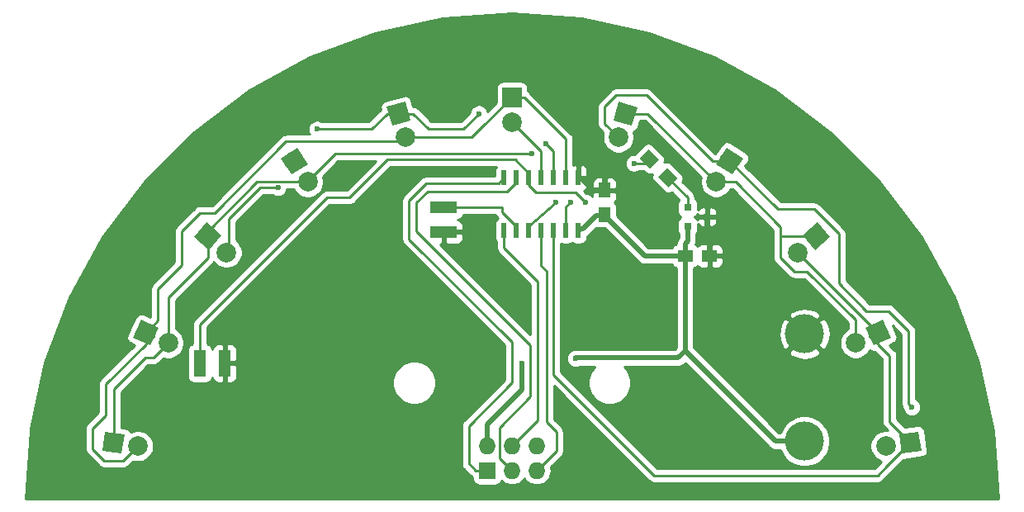
<source format=gbr>
G04 #@! TF.GenerationSoftware,KiCad,Pcbnew,5.0.0-rc2-dev-unknown*
G04 #@! TF.CreationDate,2018-06-18T21:32:58+02:00*
G04 #@! TF.ProjectId,thermometer-bausatz,746865726D6F6D657465722D62617573,rev?*
G04 #@! TF.SameCoordinates,PX3938700PY9896800*
G04 #@! TF.FileFunction,Copper,L2,Bot,Signal*
G04 #@! TF.FilePolarity,Positive*
%FSLAX46Y46*%
G04 Gerber Fmt 4.6, Leading zero omitted, Abs format (unit mm)*
G04 Created by KiCad (PCBNEW 5.0.0-rc2-dev-unknown) date Mon Jun 18 21:32:58 2018*
%MOMM*%
%LPD*%
G01*
G04 APERTURE LIST*
%ADD10R,1.250000X1.500000*%
%ADD11C,2.000000*%
%ADD12C,0.100000*%
%ADD13R,2.000000X2.000000*%
%ADD14C,4.000500*%
%ADD15R,1.727200X1.727200*%
%ADD16O,1.727200X1.727200*%
%ADD17R,2.770000X1.270000*%
%ADD18R,1.270000X2.770000*%
%ADD19R,0.600000X1.500000*%
%ADD20C,0.600000*%
%ADD21R,1.500000X1.250000*%
%ADD22C,1.300000*%
%ADD23R,0.800100X0.800100*%
%ADD24C,0.500000*%
%ADD25C,0.250000*%
%ADD26C,0.254000*%
G04 APERTURE END LIST*
D10*
X59500000Y29250000D03*
X59500000Y31750000D03*
D11*
X9150000Y5870000D03*
D12*
G36*
X9997147Y4737595D02*
X8017595Y5022853D01*
X8302853Y7002405D01*
X10282405Y6717147D01*
X9997147Y4737595D01*
X9997147Y4737595D01*
G37*
D11*
X11664032Y5507723D03*
X18810000Y27030000D03*
D12*
G36*
X18908651Y25619231D02*
X17399231Y26931349D01*
X18711349Y28440769D01*
X20220769Y27128651D01*
X18908651Y25619231D01*
X18908651Y25619231D01*
G37*
D11*
X20726962Y25363610D03*
X27690000Y34720000D03*
D12*
G36*
X27388730Y33338249D02*
X26308249Y35021270D01*
X27991270Y36101751D01*
X29071751Y34418730D01*
X27388730Y33338249D01*
X27388730Y33338249D01*
G37*
D11*
X29062210Y32582563D03*
X38370000Y39600000D03*
D12*
G36*
X37690861Y38359528D02*
X37129528Y40279139D01*
X39049139Y40840472D01*
X39610472Y38920861D01*
X37690861Y38359528D01*
X37690861Y38359528D01*
G37*
D11*
X39082893Y37162096D03*
D13*
X50000000Y41270000D03*
D11*
X50000000Y38730000D03*
X61630000Y39600000D03*
D12*
G36*
X60388345Y38923027D02*
X60953027Y40841655D01*
X62871655Y40276973D01*
X62306973Y38358345D01*
X60388345Y38923027D01*
X60388345Y38923027D01*
G37*
D11*
X60912853Y37163343D03*
X72310000Y34720000D03*
D12*
G36*
X70927725Y34421142D02*
X72011142Y36102275D01*
X73692275Y35018858D01*
X72608858Y33337725D01*
X70927725Y34421142D01*
X70927725Y34421142D01*
G37*
D11*
X70934061Y32584961D03*
X81190000Y27030000D03*
D12*
G36*
X79779406Y27131113D02*
X81291113Y28440594D01*
X82600594Y26928887D01*
X81088887Y25619406D01*
X79779406Y27131113D01*
X79779406Y27131113D01*
G37*
D11*
X79270132Y25366958D03*
X87540000Y17140000D03*
D12*
G36*
X86215345Y17635268D02*
X88035268Y18464655D01*
X88864655Y16644732D01*
X87044732Y15815345D01*
X86215345Y17635268D01*
X86215345Y17635268D01*
G37*
D11*
X85228698Y16086679D03*
X90850000Y5870000D03*
D12*
G36*
X89719075Y6719122D02*
X91699122Y7000925D01*
X91980925Y5020878D01*
X90000878Y4739075D01*
X89719075Y6719122D01*
X89719075Y6719122D01*
G37*
D11*
X88335340Y5512111D03*
D14*
X80000000Y6000000D03*
X80000000Y17000000D03*
D15*
X47460000Y3000000D03*
D16*
X47460000Y5540000D03*
X50000000Y3000000D03*
X50000000Y5540000D03*
X52540000Y3000000D03*
X52540000Y5540000D03*
D17*
X43000000Y27460000D03*
X43000000Y30000000D03*
D18*
X20540000Y14000000D03*
X18000000Y14000000D03*
D19*
X56810000Y27600000D03*
X55540000Y27600000D03*
X54270000Y27600000D03*
X53000000Y27600000D03*
X51730000Y27600000D03*
X50460000Y27600000D03*
X49190000Y27600000D03*
X49190000Y33000000D03*
X50460000Y33000000D03*
X51730000Y33000000D03*
X53000000Y33000000D03*
X54270000Y33000000D03*
X55540000Y33000000D03*
X56810000Y33000000D03*
D11*
X12460000Y17140000D03*
D12*
G36*
X12952955Y15814483D02*
X11134483Y16647045D01*
X11967045Y18465517D01*
X13785517Y17632955D01*
X12952955Y15814483D01*
X12952955Y15814483D01*
G37*
D11*
X14769460Y16082647D03*
D20*
X47000000Y33500000D03*
X66000000Y27000000D03*
X51500000Y18500000D03*
X57000000Y21500000D03*
X96000000Y3500000D03*
X4000000Y4000000D03*
X50000000Y46000000D03*
X33000000Y33500000D03*
D21*
X67750000Y25000000D03*
X70250000Y25000000D03*
D22*
X65954594Y33045406D03*
D12*
G36*
X66944543Y32974695D02*
X66025305Y32055457D01*
X64964645Y33116117D01*
X65883883Y34035355D01*
X66944543Y32974695D01*
X66944543Y32974695D01*
G37*
D22*
X64045406Y34954594D03*
D12*
G36*
X65035355Y34883883D02*
X64116117Y33964645D01*
X63055457Y35025305D01*
X63974695Y35944543D01*
X65035355Y34883883D01*
X65035355Y34883883D01*
G37*
D23*
X67999240Y28050000D03*
X67999240Y29950000D03*
X69998220Y29000000D03*
D20*
X70000000Y27000000D03*
X59500000Y33500000D03*
X55000000Y10000000D03*
X65500000Y21500000D03*
X51000000Y14000000D03*
X56500000Y14500000D03*
X20540000Y16460000D03*
X46000000Y27500000D03*
X52000000Y35500000D03*
X53500000Y36500000D03*
X46600000Y39600000D03*
X30000000Y38000000D03*
X26000000Y32000000D03*
X54500000Y30500000D03*
X91000000Y9500000D03*
X56000000Y30500000D03*
X62500000Y34500000D03*
X57500000Y30500000D03*
D24*
X67999240Y26999240D02*
X67999240Y28050000D01*
X67750000Y26250000D02*
X67999240Y26499240D01*
X67999240Y26499240D02*
X67999240Y26999240D01*
X67750000Y25000000D02*
X67750000Y26250000D01*
X67750000Y15250000D02*
X67750000Y25000000D01*
X77000000Y6000000D02*
X67750000Y15250000D01*
X80000000Y6000000D02*
X77000000Y6000000D01*
X63625000Y25000000D02*
X59500000Y29125000D01*
X59500000Y29125000D02*
X59500000Y29250000D01*
X67750000Y25000000D02*
X63625000Y25000000D01*
X56850000Y27600000D02*
X56810000Y27600000D01*
X57000000Y27750000D02*
X56850000Y27600000D01*
X57250000Y27750000D02*
X57000000Y27750000D01*
X58625000Y29125000D02*
X57250000Y27750000D01*
X59500000Y29125000D02*
X58625000Y29125000D01*
X47460000Y6761314D02*
X47500000Y6801314D01*
X47460000Y5540000D02*
X47460000Y6761314D01*
X47500000Y6801314D02*
X47500000Y7750000D01*
X47500000Y7750000D02*
X51000000Y11250000D01*
X51000000Y11250000D02*
X51000000Y14000000D01*
X67049999Y14549999D02*
X67750000Y15250000D01*
X56549999Y14549999D02*
X67049999Y14549999D01*
X56500000Y14500000D02*
X56549999Y14549999D01*
D25*
X20540000Y14000000D02*
X20540000Y16460000D01*
X44675000Y27500000D02*
X46000000Y27500000D01*
X43000000Y27460000D02*
X44635000Y27460000D01*
X44635000Y27460000D02*
X44675000Y27500000D01*
D24*
X70250000Y26750000D02*
X70250000Y25000000D01*
X69998220Y27001780D02*
X70250000Y26750000D01*
X69998220Y29000000D02*
X69998220Y27001780D01*
X70250000Y25000000D02*
X72000000Y25000000D01*
X59500000Y33500000D02*
X59500000Y31750000D01*
X57000000Y33000000D02*
X58250000Y31750000D01*
X58250000Y31750000D02*
X59500000Y31750000D01*
X56810000Y33000000D02*
X57000000Y33000000D01*
D25*
X9150000Y5870000D02*
X9163522Y5883522D01*
X9163522Y5883522D02*
X9163522Y11379608D01*
X9163522Y11379608D02*
X12382337Y14598423D01*
X12382337Y14598423D02*
X13285236Y14598423D01*
X13285236Y14598423D02*
X14769460Y16082647D01*
X18810000Y27030000D02*
X18810000Y27560157D01*
X18810000Y27560157D02*
X23874845Y32625002D01*
X23874845Y32625002D02*
X27605558Y32625002D01*
X27605558Y32625002D02*
X27647997Y32582563D01*
X27647997Y32582563D02*
X29062210Y32582563D01*
X52000000Y35500000D02*
X51992827Y35492827D01*
X51992827Y35492827D02*
X31851559Y35492827D01*
X31851559Y35492827D02*
X29062210Y32703478D01*
X29062210Y32703478D02*
X29062210Y32582563D01*
X54270000Y35730000D02*
X53500000Y36500000D01*
X54270000Y33000000D02*
X54270000Y35730000D01*
X14769460Y20769460D02*
X18810000Y24810000D01*
X18810000Y24810000D02*
X18810000Y27030000D01*
X14769460Y16082647D02*
X14769460Y20769460D01*
X11664032Y5507723D02*
X10156309Y4000000D01*
X10156309Y4000000D02*
X8208314Y4000000D01*
X8208314Y4000000D02*
X7000000Y5208314D01*
X7000000Y5208314D02*
X7000000Y7318902D01*
X7000000Y7318902D02*
X8374805Y8693707D01*
X8374805Y8693707D02*
X8374805Y11891207D01*
X8374805Y11891207D02*
X12460000Y15976402D01*
X12460000Y15976402D02*
X12460000Y17140000D01*
X12460000Y17140000D02*
X13714042Y18394042D01*
X13714042Y18394042D02*
X13714042Y21638732D01*
X13714042Y21638732D02*
X16157732Y24082422D01*
X16157732Y24082422D02*
X16157732Y27560899D01*
X26845988Y36729043D02*
X38649841Y36729043D01*
X16157732Y27560899D02*
X18028677Y29431844D01*
X18028677Y29431844D02*
X19548789Y29431844D01*
X19548789Y29431844D02*
X26845988Y36729043D01*
X38649841Y36729043D02*
X39082893Y37162095D01*
X38779221Y36858423D02*
X39082893Y37162095D01*
X55540000Y33000000D02*
X55540000Y36980000D01*
X55540000Y36980000D02*
X51250000Y41270000D01*
X51250000Y41270000D02*
X50000000Y41270000D01*
X46892094Y38162094D02*
X50000000Y41270000D01*
X45892095Y37162095D02*
X46892094Y38162094D01*
X39082893Y37162095D02*
X45892095Y37162095D01*
X20726962Y25363610D02*
X20948252Y25584900D01*
X20948252Y25584900D02*
X20948252Y28765433D01*
X20948252Y28765433D02*
X24182819Y32000000D01*
X24182819Y32000000D02*
X26000000Y32000000D01*
X38370000Y39600000D02*
X39839664Y39600000D01*
X39839664Y39600000D02*
X41410730Y38028934D01*
X41410730Y38028934D02*
X45028934Y38028934D01*
X45028934Y38028934D02*
X46600000Y39600000D01*
X30000000Y38000000D02*
X35626786Y38000000D01*
X35626786Y38000000D02*
X37226786Y39600000D01*
X37226786Y39600000D02*
X38370000Y39600000D01*
X53000000Y33000000D02*
X53000000Y35730000D01*
X53000000Y35730000D02*
X50000000Y38730000D01*
X77531310Y27369027D02*
X77541912Y27358425D01*
X78936790Y23417801D02*
X80256594Y23417801D01*
X77541912Y27358425D02*
X77541912Y24812679D01*
X80256594Y23417801D02*
X85228698Y18445697D01*
X77541912Y24812679D02*
X78936790Y23417801D01*
X85228698Y18445697D02*
X85228698Y16086679D01*
X77531310Y27369027D02*
X77531310Y27030000D01*
X77531310Y27030000D02*
X81190000Y27030000D01*
X70934061Y32584961D02*
X72913476Y32584961D01*
X72913476Y32584961D02*
X77531310Y27967127D01*
X77531310Y27967127D02*
X77531310Y27369027D01*
X61630000Y39600000D02*
X63919022Y39600000D01*
X63919022Y39600000D02*
X70934061Y32584961D01*
X51730000Y28050000D02*
X51730000Y27600000D01*
X54500000Y30500000D02*
X51730000Y28050000D01*
X60912853Y37163343D02*
X59499184Y38577012D01*
X59499184Y38577012D02*
X59499184Y40298569D01*
X59499184Y40298569D02*
X60700615Y41500000D01*
X60700615Y41500000D02*
X63788657Y41500000D01*
X70568657Y34720000D02*
X72310000Y34720000D01*
X63788657Y41500000D02*
X70568657Y34720000D01*
X86360166Y19342699D02*
X88616469Y19342699D01*
X88616469Y19342699D02*
X90679356Y17279812D01*
X90672410Y17286758D02*
X90679356Y17279812D01*
X90679356Y17279812D02*
X90679356Y9820644D01*
X90679356Y9820644D02*
X91000000Y9500000D01*
X72310000Y34720000D02*
X77248104Y29781896D01*
X77248104Y29781896D02*
X80986868Y29781896D01*
X80986868Y29781896D02*
X83512349Y27256415D01*
X83512349Y27256415D02*
X83512349Y22190516D01*
X83512349Y22190516D02*
X86360166Y19342699D01*
X55540000Y28050000D02*
X55540000Y27600000D01*
X55540000Y30040000D02*
X56000000Y30500000D01*
X55540000Y27600000D02*
X55540000Y30040000D01*
X87540000Y17140000D02*
X87540000Y15941052D01*
X87540000Y15941052D02*
X88709844Y14771208D01*
X88709844Y14771208D02*
X88709844Y8010156D01*
X88709844Y8010156D02*
X90850000Y5870000D01*
X54270000Y27600000D02*
X54270000Y12794429D01*
X54270000Y12794429D02*
X64564429Y2500000D01*
X64564429Y2500000D02*
X87480000Y2500000D01*
X87480000Y2500000D02*
X88480000Y3500000D01*
X88480000Y3500000D02*
X90850000Y5870000D01*
X79270132Y25366958D02*
X87497090Y17140000D01*
X87497090Y17140000D02*
X87540000Y17140000D01*
X47460000Y3000000D02*
X46286689Y3000000D01*
X46286689Y3000000D02*
X45565333Y3721356D01*
X45565333Y3721356D02*
X45565333Y7565333D01*
X45565333Y7565333D02*
X50000000Y12000000D01*
X50000000Y12000000D02*
X50000000Y16179294D01*
X50000000Y16179294D02*
X39455183Y26724111D01*
X39455183Y26724111D02*
X39455183Y30703883D01*
X39455183Y30703883D02*
X41198506Y32447206D01*
X41198506Y32447206D02*
X48637206Y32447206D01*
X48637206Y32447206D02*
X49190000Y33000000D01*
X50460000Y33000000D02*
X50460000Y32550000D01*
X50460000Y32550000D02*
X49501891Y31591891D01*
X49501891Y31591891D02*
X41354235Y31591891D01*
X41354235Y31591891D02*
X40220763Y30458419D01*
X40220763Y30458419D02*
X40220763Y27496873D01*
X40220763Y27496873D02*
X51899159Y15818477D01*
X51899159Y15818477D02*
X51899159Y10564062D01*
X51899159Y10564062D02*
X48733089Y7397992D01*
X48733089Y4266911D02*
X49136401Y3863599D01*
X48733089Y7397992D02*
X48733089Y4266911D01*
X49136401Y3863599D02*
X50000000Y3000000D01*
X50323599Y5863599D02*
X49460000Y5000000D01*
X52624719Y8164719D02*
X50000000Y5540000D01*
X49190000Y25810000D02*
X52624719Y22375281D01*
X49190000Y27600000D02*
X49190000Y25810000D01*
X52624719Y22375281D02*
X52624719Y8164719D01*
X52863599Y3323599D02*
X52000000Y2460000D01*
X53403599Y3863599D02*
X52540000Y3000000D01*
X54538723Y4998723D02*
X53403599Y3863599D01*
X54538723Y6961277D02*
X54538723Y4998723D01*
X53550000Y23450000D02*
X53550000Y7950000D01*
X53000000Y27600000D02*
X53000000Y24000000D01*
X53000000Y24000000D02*
X53550000Y23450000D01*
X53550000Y7950000D02*
X54538723Y6961277D01*
X49000000Y30000000D02*
X49000000Y29510000D01*
X49000000Y29510000D02*
X50460000Y28050000D01*
X50460000Y28050000D02*
X50460000Y27600000D01*
X43000000Y30000000D02*
X49000000Y30000000D01*
X51730000Y33000000D02*
X51730000Y33450000D01*
X51730000Y33450000D02*
X50318661Y34861339D01*
X50318661Y34861339D02*
X37226339Y34861339D01*
X18000000Y15635000D02*
X18000000Y14000000D01*
X33365000Y31000000D02*
X37226339Y34861339D01*
X63590812Y34500000D02*
X64045406Y34954594D01*
X62500000Y34500000D02*
X63590812Y34500000D01*
X32000000Y31000000D02*
X31000000Y31000000D01*
X31750000Y31000000D02*
X32000000Y31000000D01*
X32000000Y31000000D02*
X33365000Y31000000D01*
X18000000Y18000000D02*
X18000000Y14000000D01*
X31000000Y31000000D02*
X18000000Y18000000D01*
X56500000Y31500000D02*
X57500000Y30500000D01*
X52500000Y31500000D02*
X56500000Y31500000D01*
X51730000Y32270000D02*
X52500000Y31500000D01*
X51730000Y33000000D02*
X51730000Y32270000D01*
X67999240Y31000760D02*
X67999240Y29950000D01*
X65954594Y33045406D02*
X67999240Y31000760D01*
D26*
G36*
X57082144Y49373943D02*
X64064304Y47877766D01*
X70746994Y45384225D01*
X76930865Y41993070D01*
X82616448Y37703946D01*
X87703946Y32616448D01*
X91993070Y26930865D01*
X95384225Y20746994D01*
X97877766Y14064304D01*
X99373943Y7082144D01*
X99863742Y127000D01*
X136258Y127000D01*
X626057Y7082144D01*
X676790Y7318902D01*
X6236324Y7318902D01*
X6240001Y7281570D01*
X6240000Y5245637D01*
X6236324Y5208314D01*
X6240000Y5170992D01*
X6240000Y5170982D01*
X6250997Y5059329D01*
X6280706Y4961390D01*
X6294454Y4916068D01*
X6365026Y4784038D01*
X6371357Y4776324D01*
X6459999Y4668313D01*
X6489003Y4644510D01*
X7644515Y3488997D01*
X7668313Y3459999D01*
X7697311Y3436201D01*
X7784037Y3365026D01*
X7861541Y3323599D01*
X7916067Y3294454D01*
X8059328Y3250997D01*
X8170981Y3240000D01*
X8170990Y3240000D01*
X8208313Y3236324D01*
X8245636Y3240000D01*
X10118987Y3240000D01*
X10156309Y3236324D01*
X10193631Y3240000D01*
X10193642Y3240000D01*
X10305295Y3250997D01*
X10448556Y3294454D01*
X10580585Y3365026D01*
X10696310Y3459999D01*
X10720113Y3489003D01*
X11172656Y3941546D01*
X11187120Y3935555D01*
X11502999Y3872723D01*
X11825065Y3872723D01*
X12140944Y3935555D01*
X12438495Y4058805D01*
X12706284Y4237736D01*
X12934019Y4465471D01*
X13112950Y4733260D01*
X13236200Y5030811D01*
X13299032Y5346690D01*
X13299032Y5668756D01*
X13236200Y5984635D01*
X13112950Y6282186D01*
X12934019Y6549975D01*
X12706284Y6777710D01*
X12438495Y6956641D01*
X12140944Y7079891D01*
X11825065Y7142723D01*
X11502999Y7142723D01*
X11187120Y7079891D01*
X10889569Y6956641D01*
X10874638Y6946665D01*
X10858079Y6992346D01*
X10793329Y7099367D01*
X10708945Y7191699D01*
X10608168Y7265795D01*
X10494873Y7318806D01*
X10373413Y7348695D01*
X9923522Y7413525D01*
X9923522Y11064807D01*
X12697139Y13838423D01*
X13247914Y13838423D01*
X13285236Y13834747D01*
X13322558Y13838423D01*
X13322569Y13838423D01*
X13434222Y13849420D01*
X13577483Y13892877D01*
X13709512Y13963449D01*
X13825237Y14058422D01*
X13849040Y14087426D01*
X14278084Y14516470D01*
X14292548Y14510479D01*
X14608427Y14447647D01*
X14930493Y14447647D01*
X15246372Y14510479D01*
X15543923Y14633729D01*
X15811712Y14812660D01*
X16039447Y15040395D01*
X16218378Y15308184D01*
X16341628Y15605735D01*
X16404460Y15921614D01*
X16404460Y16243680D01*
X16341628Y16559559D01*
X16218378Y16857110D01*
X16039447Y17124899D01*
X15811712Y17352634D01*
X15543923Y17531565D01*
X15529460Y17537556D01*
X15529460Y20454659D01*
X19321009Y24246206D01*
X19350001Y24269999D01*
X19373795Y24298992D01*
X19373799Y24298996D01*
X19427883Y24364898D01*
X19456975Y24321358D01*
X19684710Y24093623D01*
X19952499Y23914692D01*
X20250050Y23791442D01*
X20565929Y23728610D01*
X20887995Y23728610D01*
X21203874Y23791442D01*
X21501425Y23914692D01*
X21769214Y24093623D01*
X21996949Y24321358D01*
X22175880Y24589147D01*
X22299130Y24886698D01*
X22361962Y25202577D01*
X22361962Y25524643D01*
X22299130Y25840522D01*
X22175880Y26138073D01*
X21996949Y26405862D01*
X21769214Y26633597D01*
X21708252Y26674331D01*
X21708252Y28450632D01*
X24497621Y31240000D01*
X25454465Y31240000D01*
X25557111Y31171414D01*
X25727271Y31100932D01*
X25907911Y31065000D01*
X26092089Y31065000D01*
X26272729Y31100932D01*
X26442889Y31171414D01*
X26596028Y31273738D01*
X26726262Y31403972D01*
X26828586Y31557111D01*
X26899068Y31727271D01*
X26926465Y31865002D01*
X27395359Y31865002D01*
X27499011Y31833560D01*
X27607158Y31822908D01*
X27613292Y31808100D01*
X27792223Y31540311D01*
X28019958Y31312576D01*
X28287747Y31133645D01*
X28585298Y31010395D01*
X28901177Y30947563D01*
X29223243Y30947563D01*
X29539122Y31010395D01*
X29836673Y31133645D01*
X30104462Y31312576D01*
X30332197Y31540311D01*
X30511128Y31808100D01*
X30634378Y32105651D01*
X30697210Y32421530D01*
X30697210Y32743596D01*
X30634378Y33059475D01*
X30592972Y33159438D01*
X32166361Y34732827D01*
X36023025Y34732827D01*
X33050199Y31760000D01*
X31037322Y31760000D01*
X30999999Y31763676D01*
X30962676Y31760000D01*
X30962667Y31760000D01*
X30851014Y31749003D01*
X30707753Y31705546D01*
X30575724Y31634974D01*
X30459999Y31540001D01*
X30436201Y31511003D01*
X17489003Y18563804D01*
X17459999Y18540001D01*
X17413245Y18483030D01*
X17365026Y18424276D01*
X17296841Y18296711D01*
X17294454Y18292246D01*
X17250997Y18148985D01*
X17240000Y18037332D01*
X17240000Y18037322D01*
X17236324Y18000000D01*
X17240000Y17962677D01*
X17240000Y16010655D01*
X17120820Y15974502D01*
X17010506Y15915537D01*
X16913815Y15836185D01*
X16834463Y15739494D01*
X16775498Y15629180D01*
X16739188Y15509482D01*
X16726928Y15385000D01*
X16726928Y12615000D01*
X16739188Y12490518D01*
X16775498Y12370820D01*
X16834463Y12260506D01*
X16913815Y12163815D01*
X17010506Y12084463D01*
X17120820Y12025498D01*
X17240518Y11989188D01*
X17365000Y11976928D01*
X18635000Y11976928D01*
X18759482Y11989188D01*
X18879180Y12025498D01*
X18989494Y12084463D01*
X19086185Y12163815D01*
X19165537Y12260506D01*
X19224502Y12370820D01*
X19260812Y12490518D01*
X19270000Y12583808D01*
X19270000Y12552458D01*
X19294403Y12429777D01*
X19342270Y12314215D01*
X19411763Y12210211D01*
X19500211Y12121763D01*
X19604215Y12052270D01*
X19719777Y12004403D01*
X19842458Y11980000D01*
X20254250Y11980000D01*
X20413000Y12138750D01*
X20413000Y13873000D01*
X20667000Y13873000D01*
X20667000Y12138750D01*
X20825750Y11980000D01*
X21237542Y11980000D01*
X21360223Y12004403D01*
X21475785Y12052270D01*
X21579789Y12121763D01*
X21668237Y12210211D01*
X21674863Y12220128D01*
X37765000Y12220128D01*
X37765000Y11779872D01*
X37850890Y11348075D01*
X38019369Y10941331D01*
X38263962Y10575271D01*
X38575271Y10263962D01*
X38941331Y10019369D01*
X39348075Y9850890D01*
X39779872Y9765000D01*
X40220128Y9765000D01*
X40651925Y9850890D01*
X41058669Y10019369D01*
X41424729Y10263962D01*
X41736038Y10575271D01*
X41980631Y10941331D01*
X42149110Y11348075D01*
X42235000Y11779872D01*
X42235000Y12220128D01*
X42149110Y12651925D01*
X41980631Y13058669D01*
X41736038Y13424729D01*
X41424729Y13736038D01*
X41058669Y13980631D01*
X40651925Y14149110D01*
X40220128Y14235000D01*
X39779872Y14235000D01*
X39348075Y14149110D01*
X38941331Y13980631D01*
X38575271Y13736038D01*
X38263962Y13424729D01*
X38019369Y13058669D01*
X37850890Y12651925D01*
X37765000Y12220128D01*
X21674863Y12220128D01*
X21737730Y12314215D01*
X21785597Y12429777D01*
X21810000Y12552458D01*
X21810000Y13714250D01*
X21651250Y13873000D01*
X20667000Y13873000D01*
X20413000Y13873000D01*
X20393000Y13873000D01*
X20393000Y14127000D01*
X20413000Y14127000D01*
X20413000Y15861250D01*
X20667000Y15861250D01*
X20667000Y14127000D01*
X21651250Y14127000D01*
X21810000Y14285750D01*
X21810000Y15447542D01*
X21785597Y15570223D01*
X21737730Y15685785D01*
X21668237Y15789789D01*
X21579789Y15878237D01*
X21475785Y15947730D01*
X21360223Y15995597D01*
X21237542Y16020000D01*
X20825750Y16020000D01*
X20667000Y15861250D01*
X20413000Y15861250D01*
X20254250Y16020000D01*
X19842458Y16020000D01*
X19719777Y15995597D01*
X19604215Y15947730D01*
X19500211Y15878237D01*
X19411763Y15789789D01*
X19342270Y15685785D01*
X19294403Y15570223D01*
X19270000Y15447542D01*
X19270000Y15416192D01*
X19260812Y15509482D01*
X19224502Y15629180D01*
X19165537Y15739494D01*
X19086185Y15836185D01*
X18989494Y15915537D01*
X18879180Y15974502D01*
X18760000Y16010655D01*
X18760000Y17685199D01*
X31314802Y30240000D01*
X33327678Y30240000D01*
X33365000Y30236324D01*
X33402322Y30240000D01*
X33402333Y30240000D01*
X33513986Y30250997D01*
X33657247Y30294454D01*
X33789276Y30365026D01*
X33905001Y30459999D01*
X33928804Y30489003D01*
X37541141Y34101339D01*
X48357777Y34101339D01*
X48300498Y33994180D01*
X48264188Y33874482D01*
X48251928Y33750000D01*
X48251928Y33207206D01*
X41235828Y33207206D01*
X41198505Y33210882D01*
X41161182Y33207206D01*
X41161173Y33207206D01*
X41049520Y33196209D01*
X40946646Y33165003D01*
X40906259Y33152752D01*
X40774229Y33082180D01*
X40705438Y33025724D01*
X40658505Y32987207D01*
X40634707Y32958209D01*
X38944181Y31267682D01*
X38915183Y31243884D01*
X38891385Y31214886D01*
X38891384Y31214885D01*
X38820209Y31128159D01*
X38749637Y30996129D01*
X38731840Y30937458D01*
X38706181Y30852869D01*
X38695184Y30741216D01*
X38691507Y30703883D01*
X38695184Y30666551D01*
X38695183Y26761434D01*
X38691507Y26724111D01*
X38695183Y26686789D01*
X38695183Y26686779D01*
X38706180Y26575126D01*
X38749637Y26431865D01*
X38820209Y26299835D01*
X38860054Y26251285D01*
X38915182Y26184110D01*
X38944186Y26160307D01*
X49240001Y15864491D01*
X49240000Y12314802D01*
X45054331Y8129132D01*
X45025333Y8105334D01*
X45001535Y8076336D01*
X45001534Y8076335D01*
X44930359Y7989609D01*
X44859787Y7857579D01*
X44849076Y7822268D01*
X44816331Y7714319D01*
X44812312Y7673509D01*
X44801657Y7565333D01*
X44805334Y7528001D01*
X44805333Y3758679D01*
X44801657Y3721356D01*
X44805333Y3684034D01*
X44805333Y3684024D01*
X44816330Y3572371D01*
X44850417Y3459999D01*
X44859787Y3429110D01*
X44930359Y3297080D01*
X44960790Y3260000D01*
X45025332Y3181355D01*
X45054335Y3157553D01*
X45722894Y2488992D01*
X45746688Y2459999D01*
X45775681Y2436205D01*
X45775685Y2436201D01*
X45846374Y2378189D01*
X45862413Y2365026D01*
X45958328Y2313758D01*
X45958328Y2136400D01*
X45970588Y2011918D01*
X46006898Y1892220D01*
X46065863Y1781906D01*
X46145215Y1685215D01*
X46241906Y1605863D01*
X46352220Y1546898D01*
X46471918Y1510588D01*
X46596400Y1498328D01*
X48323600Y1498328D01*
X48448082Y1510588D01*
X48567780Y1546898D01*
X48678094Y1605863D01*
X48774785Y1685215D01*
X48854137Y1781906D01*
X48913102Y1892220D01*
X48928586Y1943265D01*
X48935203Y1935203D01*
X49163394Y1747931D01*
X49423736Y1608775D01*
X49706223Y1523084D01*
X49926381Y1501400D01*
X50073619Y1501400D01*
X50293777Y1523084D01*
X50576264Y1608775D01*
X50836606Y1747931D01*
X51064797Y1935203D01*
X51252069Y2163394D01*
X51270000Y2196940D01*
X51287931Y2163394D01*
X51313321Y2132456D01*
X51365026Y2035724D01*
X51459999Y1919999D01*
X51575724Y1825026D01*
X51672456Y1773321D01*
X51703394Y1747931D01*
X51963736Y1608775D01*
X52246223Y1523084D01*
X52466381Y1501400D01*
X52613619Y1501400D01*
X52833777Y1523084D01*
X53116264Y1608775D01*
X53376606Y1747931D01*
X53604797Y1935203D01*
X53792069Y2163394D01*
X53931225Y2423736D01*
X54016916Y2706223D01*
X54045851Y3000000D01*
X54016916Y3293777D01*
X53991701Y3376900D01*
X55049726Y4434924D01*
X55078724Y4458722D01*
X55173697Y4574447D01*
X55244269Y4706476D01*
X55287726Y4849737D01*
X55298723Y4961390D01*
X55298723Y4961398D01*
X55302399Y4998723D01*
X55298723Y5036048D01*
X55298723Y6923955D01*
X55302399Y6961278D01*
X55298723Y6998601D01*
X55298723Y6998610D01*
X55287726Y7110263D01*
X55244269Y7253524D01*
X55173697Y7385553D01*
X55132851Y7435324D01*
X55102522Y7472281D01*
X55102518Y7472285D01*
X55078724Y7501278D01*
X55049732Y7525071D01*
X54310000Y8264801D01*
X54310000Y11679628D01*
X64000630Y1988997D01*
X64024428Y1959999D01*
X64053426Y1936201D01*
X64140152Y1865026D01*
X64272182Y1794454D01*
X64415443Y1750997D01*
X64527096Y1740000D01*
X64527105Y1740000D01*
X64564428Y1736324D01*
X64601751Y1740000D01*
X87442678Y1740000D01*
X87480000Y1736324D01*
X87517322Y1740000D01*
X87517333Y1740000D01*
X87628986Y1750997D01*
X87772247Y1794454D01*
X87904276Y1865026D01*
X88020001Y1959999D01*
X88043804Y1989002D01*
X89043799Y2988997D01*
X89043803Y2989002D01*
X90174016Y4119215D01*
X92070830Y4389172D01*
X92192343Y4418849D01*
X92305730Y4471663D01*
X92406636Y4545582D01*
X92491181Y4637767D01*
X92556118Y4744674D01*
X92598951Y4862196D01*
X92618033Y4985816D01*
X92612631Y5110783D01*
X92330828Y7090830D01*
X92301151Y7212343D01*
X92248337Y7325730D01*
X92174418Y7426636D01*
X92082233Y7511181D01*
X91975326Y7576118D01*
X91857804Y7618951D01*
X91734184Y7638033D01*
X91609217Y7632631D01*
X90342457Y7452344D01*
X89469844Y8324957D01*
X89469844Y14733886D01*
X89473520Y14771209D01*
X89469844Y14808532D01*
X89469844Y14808541D01*
X89458847Y14920194D01*
X89415390Y15063455D01*
X89344818Y15195484D01*
X89249845Y15311209D01*
X89220848Y15335006D01*
X88691322Y15864532D01*
X89129259Y16064111D01*
X89237448Y16126889D01*
X89331311Y16209568D01*
X89407241Y16308970D01*
X89462319Y16421275D01*
X89494430Y16542167D01*
X89502338Y16667000D01*
X89485741Y16790978D01*
X89445276Y16909336D01*
X89001707Y17882660D01*
X89919356Y16965010D01*
X89919357Y9857976D01*
X89915680Y9820644D01*
X89919357Y9783311D01*
X89921161Y9765000D01*
X89930354Y9671659D01*
X89973810Y9528398D01*
X90044382Y9396368D01*
X90074627Y9359515D01*
X90100932Y9227271D01*
X90171414Y9057111D01*
X90273738Y8903972D01*
X90403972Y8773738D01*
X90557111Y8671414D01*
X90727271Y8600932D01*
X90907911Y8565000D01*
X91092089Y8565000D01*
X91272729Y8600932D01*
X91442889Y8671414D01*
X91596028Y8773738D01*
X91726262Y8903972D01*
X91828586Y9057111D01*
X91899068Y9227271D01*
X91935000Y9407911D01*
X91935000Y9592089D01*
X91899068Y9772729D01*
X91828586Y9942889D01*
X91726262Y10096028D01*
X91596028Y10226262D01*
X91442889Y10328586D01*
X91439356Y10330049D01*
X91439356Y17242487D01*
X91443032Y17279812D01*
X91442129Y17288986D01*
X91439356Y17317135D01*
X91439356Y17317145D01*
X91428359Y17428798D01*
X91384902Y17572059D01*
X91314330Y17704088D01*
X91219357Y17819813D01*
X91190360Y17843610D01*
X89180273Y19853696D01*
X89156470Y19882700D01*
X89040745Y19977673D01*
X88908716Y20048245D01*
X88765455Y20091702D01*
X88653802Y20102699D01*
X88653791Y20102699D01*
X88616469Y20106375D01*
X88579147Y20102699D01*
X86674969Y20102699D01*
X84272349Y22505317D01*
X84272349Y27219093D01*
X84276025Y27256416D01*
X84272349Y27293739D01*
X84272349Y27293748D01*
X84261352Y27405401D01*
X84217895Y27548662D01*
X84147323Y27680691D01*
X84102305Y27735546D01*
X84076148Y27767419D01*
X84076144Y27767423D01*
X84052350Y27796416D01*
X84023358Y27820209D01*
X81550672Y30292893D01*
X81526869Y30321897D01*
X81411144Y30416870D01*
X81279115Y30487442D01*
X81135854Y30530899D01*
X81024201Y30541896D01*
X81024190Y30541896D01*
X80986868Y30545572D01*
X80949546Y30541896D01*
X77562906Y30541896D01*
X73916266Y34188535D01*
X74228617Y34673209D01*
X74285744Y34784486D01*
X74320064Y34904769D01*
X74330259Y35029437D01*
X74315937Y35153698D01*
X74277647Y35272778D01*
X74216862Y35382099D01*
X74135918Y35477461D01*
X74037924Y35555200D01*
X72356791Y36638617D01*
X72245514Y36695744D01*
X72125231Y36730064D01*
X72000563Y36740259D01*
X71876302Y36725937D01*
X71757222Y36687647D01*
X71647901Y36626862D01*
X71552539Y36545918D01*
X71474800Y36447924D01*
X70863730Y35499729D01*
X64352461Y42010997D01*
X64328658Y42040001D01*
X64212933Y42134974D01*
X64080904Y42205546D01*
X63937643Y42249003D01*
X63825990Y42260000D01*
X63825979Y42260000D01*
X63788657Y42263676D01*
X63751335Y42260000D01*
X60737937Y42260000D01*
X60700614Y42263676D01*
X60663292Y42260000D01*
X60663282Y42260000D01*
X60551629Y42249003D01*
X60408368Y42205546D01*
X60276338Y42134974D01*
X60192698Y42066332D01*
X60160614Y42040001D01*
X60136816Y42011003D01*
X58988182Y40862368D01*
X58959184Y40838570D01*
X58935386Y40809572D01*
X58935385Y40809571D01*
X58864210Y40722845D01*
X58793638Y40590815D01*
X58772460Y40520997D01*
X58750182Y40447555D01*
X58740475Y40349003D01*
X58735508Y40298569D01*
X58739185Y40261237D01*
X58739184Y38614335D01*
X58735508Y38577012D01*
X58739184Y38539690D01*
X58739184Y38539680D01*
X58750181Y38428027D01*
X58782592Y38321181D01*
X58793638Y38284766D01*
X58864210Y38152736D01*
X58904055Y38104186D01*
X58959183Y38037011D01*
X58988187Y38013208D01*
X59346676Y37654719D01*
X59340685Y37640255D01*
X59277853Y37324376D01*
X59277853Y37002310D01*
X59340685Y36686431D01*
X59463935Y36388880D01*
X59642866Y36121091D01*
X59870601Y35893356D01*
X60138390Y35714425D01*
X60435941Y35591175D01*
X60751820Y35528343D01*
X61073886Y35528343D01*
X61389765Y35591175D01*
X61687316Y35714425D01*
X61955105Y35893356D01*
X62182840Y36121091D01*
X62361771Y36388880D01*
X62485021Y36686431D01*
X62547853Y37002310D01*
X62547853Y37324376D01*
X62485021Y37640255D01*
X62444395Y37738335D01*
X62497251Y37749305D01*
X62612413Y37798129D01*
X62715837Y37868482D01*
X62803548Y37957660D01*
X62872177Y38062236D01*
X62919084Y38178191D01*
X63113865Y38840000D01*
X63604221Y38840000D01*
X69367884Y33076336D01*
X69361893Y33061873D01*
X69299061Y32745994D01*
X69299061Y32423928D01*
X69361893Y32108049D01*
X69485143Y31810498D01*
X69664074Y31542709D01*
X69891809Y31314974D01*
X70159598Y31136043D01*
X70457149Y31012793D01*
X70773028Y30949961D01*
X71095094Y30949961D01*
X71410973Y31012793D01*
X71708524Y31136043D01*
X71976313Y31314974D01*
X72204048Y31542709D01*
X72382979Y31810498D01*
X72388970Y31824961D01*
X72598675Y31824961D01*
X76771310Y27652324D01*
X76771310Y27406349D01*
X76767634Y27369027D01*
X76771310Y27331705D01*
X76771310Y27067333D01*
X76767633Y27030000D01*
X76771310Y26992668D01*
X76771310Y26992667D01*
X76777511Y26929706D01*
X76781912Y26885022D01*
X76781913Y24850011D01*
X76778236Y24812679D01*
X76781913Y24775346D01*
X76792910Y24663693D01*
X76793723Y24661014D01*
X76836366Y24520433D01*
X76906938Y24388403D01*
X76961961Y24321358D01*
X77001912Y24272678D01*
X77030910Y24248880D01*
X78372995Y22906793D01*
X78396789Y22877800D01*
X78425782Y22854006D01*
X78425786Y22854002D01*
X78473278Y22815027D01*
X78512514Y22782827D01*
X78644543Y22712255D01*
X78787804Y22668798D01*
X78899457Y22657801D01*
X78899466Y22657801D01*
X78936789Y22654125D01*
X78974112Y22657801D01*
X79941793Y22657801D01*
X84468698Y18130895D01*
X84468698Y17541588D01*
X84454235Y17535597D01*
X84186446Y17356666D01*
X83958711Y17128931D01*
X83779780Y16861142D01*
X83656530Y16563591D01*
X83593698Y16247712D01*
X83593698Y15925646D01*
X83656530Y15609767D01*
X83779780Y15312216D01*
X83958711Y15044427D01*
X84186446Y14816692D01*
X84454235Y14637761D01*
X84751786Y14514511D01*
X85067665Y14451679D01*
X85389731Y14451679D01*
X85705610Y14514511D01*
X86003161Y14637761D01*
X86270950Y14816692D01*
X86498685Y15044427D01*
X86670756Y15301949D01*
X86708970Y15272759D01*
X86821275Y15217681D01*
X86942167Y15185570D01*
X87067000Y15177662D01*
X87190978Y15194259D01*
X87206638Y15199613D01*
X87949844Y14456406D01*
X87949845Y8047488D01*
X87946168Y8010156D01*
X87949845Y7972823D01*
X87960842Y7861170D01*
X87970326Y7829904D01*
X88004298Y7717910D01*
X88074870Y7585880D01*
X88134412Y7513329D01*
X88169844Y7470155D01*
X88198842Y7446357D01*
X88498514Y7146685D01*
X88496373Y7147111D01*
X88174307Y7147111D01*
X87858428Y7084279D01*
X87560877Y6961029D01*
X87293088Y6782098D01*
X87065353Y6554363D01*
X86886422Y6286574D01*
X86763172Y5989023D01*
X86700340Y5673144D01*
X86700340Y5351078D01*
X86763172Y5035199D01*
X86886422Y4737648D01*
X87065353Y4469859D01*
X87293088Y4242124D01*
X87560877Y4063193D01*
X87849033Y3943835D01*
X87165199Y3260000D01*
X64879231Y3260000D01*
X55030000Y13109230D01*
X55030000Y26250130D01*
X55115518Y26224188D01*
X55240000Y26211928D01*
X55840000Y26211928D01*
X55964482Y26224188D01*
X56084180Y26260498D01*
X56175000Y26309043D01*
X56265820Y26260498D01*
X56385518Y26224188D01*
X56510000Y26211928D01*
X57110000Y26211928D01*
X57234482Y26224188D01*
X57354180Y26260498D01*
X57464494Y26319463D01*
X57561185Y26398815D01*
X57640537Y26495506D01*
X57699502Y26605820D01*
X57735812Y26725518D01*
X57748072Y26850000D01*
X57748072Y27013882D01*
X57878817Y27121183D01*
X57906534Y27154956D01*
X58654802Y27903223D01*
X58750518Y27874188D01*
X58875000Y27861928D01*
X59511494Y27861928D01*
X62968470Y24404951D01*
X62996183Y24371183D01*
X63029951Y24343470D01*
X63029953Y24343468D01*
X63084142Y24298996D01*
X63130941Y24260589D01*
X63284687Y24178411D01*
X63360062Y24155546D01*
X63451509Y24127805D01*
X63466306Y24126348D01*
X63581523Y24115000D01*
X63581531Y24115000D01*
X63625000Y24110719D01*
X63668469Y24115000D01*
X66418954Y24115000D01*
X66469463Y24020506D01*
X66548815Y23923815D01*
X66645506Y23844463D01*
X66755820Y23785498D01*
X66865001Y23752378D01*
X66865000Y15616579D01*
X66683421Y15434999D01*
X56593464Y15434999D01*
X56549998Y15439280D01*
X56506542Y15435000D01*
X56407911Y15435000D01*
X56227271Y15399068D01*
X56057111Y15328586D01*
X55903972Y15226262D01*
X55773738Y15096028D01*
X55671414Y14942889D01*
X55600932Y14772729D01*
X55565000Y14592089D01*
X55565000Y14407911D01*
X55600932Y14227271D01*
X55671414Y14057111D01*
X55773738Y13903972D01*
X55903972Y13773738D01*
X56057111Y13671414D01*
X56227271Y13600932D01*
X56407911Y13565000D01*
X56592089Y13565000D01*
X56772729Y13600932D01*
X56927402Y13664999D01*
X58504232Y13664999D01*
X58263962Y13424729D01*
X58019369Y13058669D01*
X57850890Y12651925D01*
X57765000Y12220128D01*
X57765000Y11779872D01*
X57850890Y11348075D01*
X58019369Y10941331D01*
X58263962Y10575271D01*
X58575271Y10263962D01*
X58941331Y10019369D01*
X59348075Y9850890D01*
X59779872Y9765000D01*
X60220128Y9765000D01*
X60651925Y9850890D01*
X61058669Y10019369D01*
X61424729Y10263962D01*
X61736038Y10575271D01*
X61980631Y10941331D01*
X62149110Y11348075D01*
X62235000Y11779872D01*
X62235000Y12220128D01*
X62149110Y12651925D01*
X61980631Y13058669D01*
X61736038Y13424729D01*
X61495768Y13664999D01*
X67006530Y13664999D01*
X67049999Y13660718D01*
X67093468Y13664999D01*
X67093476Y13664999D01*
X67223489Y13677804D01*
X67390312Y13728410D01*
X67544058Y13810588D01*
X67678816Y13921182D01*
X67706533Y13954955D01*
X67750000Y13998422D01*
X76343470Y5404951D01*
X76371183Y5371183D01*
X76404951Y5343470D01*
X76404953Y5343468D01*
X76421365Y5329999D01*
X76505941Y5260589D01*
X76659687Y5178411D01*
X76826510Y5127805D01*
X76956523Y5115000D01*
X76956533Y5115000D01*
X76999999Y5110719D01*
X77043465Y5115000D01*
X77514205Y5115000D01*
X77664672Y4751741D01*
X77953068Y4320126D01*
X78320126Y3953068D01*
X78751741Y3664672D01*
X79231326Y3466021D01*
X79740451Y3364750D01*
X80259549Y3364750D01*
X80768674Y3466021D01*
X81248259Y3664672D01*
X81679874Y3953068D01*
X82046932Y4320126D01*
X82335328Y4751741D01*
X82533979Y5231326D01*
X82635250Y5740451D01*
X82635250Y6259549D01*
X82533979Y6768674D01*
X82335328Y7248259D01*
X82046932Y7679874D01*
X81679874Y8046932D01*
X81248259Y8335328D01*
X80768674Y8533979D01*
X80259549Y8635250D01*
X79740451Y8635250D01*
X79231326Y8533979D01*
X78751741Y8335328D01*
X78320126Y8046932D01*
X77953068Y7679874D01*
X77664672Y7248259D01*
X77514205Y6885000D01*
X77366579Y6885000D01*
X69099255Y15152324D01*
X78331929Y15152324D01*
X78548080Y14785539D01*
X79007998Y14544833D01*
X79506039Y14398478D01*
X80023062Y14352099D01*
X80539199Y14407476D01*
X81034614Y14562483D01*
X81451920Y14785539D01*
X81668071Y15152324D01*
X80000000Y16820395D01*
X78331929Y15152324D01*
X69099255Y15152324D01*
X68635000Y15616578D01*
X68635000Y16976938D01*
X77352099Y16976938D01*
X77407476Y16460801D01*
X77562483Y15965386D01*
X77785539Y15548080D01*
X78152324Y15331929D01*
X79820395Y17000000D01*
X80179605Y17000000D01*
X81847676Y15331929D01*
X82214461Y15548080D01*
X82455167Y16007998D01*
X82601522Y16506039D01*
X82647901Y17023062D01*
X82592524Y17539199D01*
X82437517Y18034614D01*
X82214461Y18451920D01*
X81847676Y18668071D01*
X80179605Y17000000D01*
X79820395Y17000000D01*
X78152324Y18668071D01*
X77785539Y18451920D01*
X77544833Y17992002D01*
X77398478Y17493961D01*
X77352099Y16976938D01*
X68635000Y16976938D01*
X68635000Y18847676D01*
X78331929Y18847676D01*
X80000000Y17179605D01*
X81668071Y18847676D01*
X81451920Y19214461D01*
X80992002Y19455167D01*
X80493961Y19601522D01*
X79976938Y19647901D01*
X79460801Y19592524D01*
X78965386Y19437517D01*
X78548080Y19214461D01*
X78331929Y18847676D01*
X68635000Y18847676D01*
X68635000Y23752379D01*
X68744180Y23785498D01*
X68854494Y23844463D01*
X68951185Y23923815D01*
X68998908Y23981966D01*
X69006763Y23970211D01*
X69095211Y23881763D01*
X69199215Y23812270D01*
X69314777Y23764403D01*
X69437458Y23740000D01*
X69964250Y23740000D01*
X70123000Y23898750D01*
X70123000Y24873000D01*
X70377000Y24873000D01*
X70377000Y23898750D01*
X70535750Y23740000D01*
X71062542Y23740000D01*
X71185223Y23764403D01*
X71300785Y23812270D01*
X71404789Y23881763D01*
X71493237Y23970211D01*
X71562730Y24074215D01*
X71610597Y24189777D01*
X71635000Y24312458D01*
X71635000Y24714250D01*
X71476250Y24873000D01*
X70377000Y24873000D01*
X70123000Y24873000D01*
X70103000Y24873000D01*
X70103000Y25127000D01*
X70123000Y25127000D01*
X70123000Y26101250D01*
X70377000Y26101250D01*
X70377000Y25127000D01*
X71476250Y25127000D01*
X71635000Y25285750D01*
X71635000Y25687542D01*
X71610597Y25810223D01*
X71562730Y25925785D01*
X71493237Y26029789D01*
X71404789Y26118237D01*
X71300785Y26187730D01*
X71185223Y26235597D01*
X71062542Y26260000D01*
X70535750Y26260000D01*
X70377000Y26101250D01*
X70123000Y26101250D01*
X69964250Y26260000D01*
X69437458Y26260000D01*
X69314777Y26235597D01*
X69199215Y26187730D01*
X69095211Y26118237D01*
X69006763Y26029789D01*
X68998908Y26018034D01*
X68951185Y26076185D01*
X68854494Y26155537D01*
X68824641Y26171494D01*
X68871435Y26325750D01*
X68884240Y26455763D01*
X68884240Y26455771D01*
X68888521Y26499240D01*
X68884240Y26542709D01*
X68884240Y27239908D01*
X68929827Y27295456D01*
X68988792Y27405770D01*
X69025102Y27525468D01*
X69037362Y27649950D01*
X69037362Y28296289D01*
X69104933Y28195161D01*
X69193381Y28106713D01*
X69297385Y28037220D01*
X69412947Y27989353D01*
X69535628Y27964950D01*
X69712470Y27964950D01*
X69871220Y28123700D01*
X69871220Y28873000D01*
X70125220Y28873000D01*
X70125220Y28123700D01*
X70283970Y27964950D01*
X70460812Y27964950D01*
X70583493Y27989353D01*
X70699055Y28037220D01*
X70803059Y28106713D01*
X70891507Y28195161D01*
X70961000Y28299165D01*
X71008867Y28414727D01*
X71033270Y28537408D01*
X71033270Y28714250D01*
X70874520Y28873000D01*
X70125220Y28873000D01*
X69871220Y28873000D01*
X69121920Y28873000D01*
X68972894Y28723974D01*
X68929827Y28804544D01*
X68850475Y28901235D01*
X68753784Y28980587D01*
X68717465Y29000000D01*
X68753784Y29019413D01*
X68850475Y29098765D01*
X68929827Y29195456D01*
X68972894Y29276026D01*
X69121920Y29127000D01*
X69871220Y29127000D01*
X69871220Y29876300D01*
X70125220Y29876300D01*
X70125220Y29127000D01*
X70874520Y29127000D01*
X71033270Y29285750D01*
X71033270Y29462592D01*
X71008867Y29585273D01*
X70961000Y29700835D01*
X70891507Y29804839D01*
X70803059Y29893287D01*
X70699055Y29962780D01*
X70583493Y30010647D01*
X70460812Y30035050D01*
X70283970Y30035050D01*
X70125220Y29876300D01*
X69871220Y29876300D01*
X69712470Y30035050D01*
X69535628Y30035050D01*
X69412947Y30010647D01*
X69297385Y29962780D01*
X69193381Y29893287D01*
X69104933Y29804839D01*
X69037362Y29703711D01*
X69037362Y30350050D01*
X69025102Y30474532D01*
X68988792Y30594230D01*
X68929827Y30704544D01*
X68850475Y30801235D01*
X68759240Y30876109D01*
X68759240Y30963438D01*
X68762916Y31000761D01*
X68759240Y31038084D01*
X68759240Y31038093D01*
X68748243Y31149746D01*
X68704786Y31293007D01*
X68673780Y31351015D01*
X68634214Y31425037D01*
X68563039Y31511763D01*
X68539241Y31540761D01*
X68510244Y31564558D01*
X67465849Y32608953D01*
X67475080Y32620201D01*
X67534045Y32730515D01*
X67570355Y32850213D01*
X67582615Y32974695D01*
X67570355Y33099177D01*
X67534045Y33218875D01*
X67475080Y33329189D01*
X67395728Y33425880D01*
X66335068Y34486540D01*
X66238377Y34565892D01*
X66128063Y34624857D01*
X66008365Y34661167D01*
X65883883Y34673427D01*
X65759401Y34661167D01*
X65639703Y34624857D01*
X65607809Y34607809D01*
X65624857Y34639703D01*
X65661167Y34759401D01*
X65673427Y34883883D01*
X65661167Y35008365D01*
X65624857Y35128063D01*
X65565892Y35238377D01*
X65486540Y35335068D01*
X64425880Y36395728D01*
X64329189Y36475080D01*
X64218875Y36534045D01*
X64099177Y36570355D01*
X63974695Y36582615D01*
X63850213Y36570355D01*
X63730515Y36534045D01*
X63620201Y36475080D01*
X63523510Y36395728D01*
X62604272Y35476490D01*
X62570222Y35435000D01*
X62407911Y35435000D01*
X62227271Y35399068D01*
X62057111Y35328586D01*
X61903972Y35226262D01*
X61773738Y35096028D01*
X61671414Y34942889D01*
X61600932Y34772729D01*
X61565000Y34592089D01*
X61565000Y34407911D01*
X61600932Y34227271D01*
X61671414Y34057111D01*
X61773738Y33903972D01*
X61903972Y33773738D01*
X62057111Y33671414D01*
X62227271Y33600932D01*
X62407911Y33565000D01*
X62592089Y33565000D01*
X62772729Y33600932D01*
X62942889Y33671414D01*
X63045535Y33740000D01*
X63438392Y33740000D01*
X63664932Y33513460D01*
X63761623Y33434108D01*
X63871937Y33375143D01*
X63991635Y33338833D01*
X64116117Y33326573D01*
X64240599Y33338833D01*
X64360297Y33375143D01*
X64392191Y33392191D01*
X64375143Y33360297D01*
X64338833Y33240599D01*
X64326573Y33116117D01*
X64338833Y32991635D01*
X64375143Y32871937D01*
X64434108Y32761623D01*
X64513460Y32664932D01*
X65574120Y31604272D01*
X65670811Y31524920D01*
X65781125Y31465955D01*
X65900823Y31429645D01*
X66025305Y31417385D01*
X66149787Y31429645D01*
X66269485Y31465955D01*
X66379799Y31524920D01*
X66391047Y31534151D01*
X67137168Y30788030D01*
X67068653Y30704544D01*
X67009688Y30594230D01*
X66973378Y30474532D01*
X66961118Y30350050D01*
X66961118Y29549950D01*
X66973378Y29425468D01*
X67009688Y29305770D01*
X67068653Y29195456D01*
X67148005Y29098765D01*
X67244696Y29019413D01*
X67281015Y29000000D01*
X67244696Y28980587D01*
X67148005Y28901235D01*
X67068653Y28804544D01*
X67009688Y28694230D01*
X66973378Y28574532D01*
X66961118Y28450050D01*
X66961118Y27649950D01*
X66973378Y27525468D01*
X67009688Y27405770D01*
X67068653Y27295456D01*
X67114240Y27239908D01*
X67114240Y26870356D01*
X67093471Y26845049D01*
X67093468Y26845046D01*
X67010590Y26744059D01*
X66928412Y26590313D01*
X66877805Y26423490D01*
X66860719Y26250000D01*
X66861071Y26246429D01*
X66755820Y26214502D01*
X66645506Y26155537D01*
X66548815Y26076185D01*
X66469463Y25979494D01*
X66418954Y25885000D01*
X63991579Y25885000D01*
X60763072Y29113506D01*
X60763072Y30000000D01*
X60750812Y30124482D01*
X60714502Y30244180D01*
X60655537Y30354494D01*
X60576185Y30451185D01*
X60518034Y30498908D01*
X60529789Y30506763D01*
X60618237Y30595211D01*
X60687730Y30699215D01*
X60735597Y30814777D01*
X60760000Y30937458D01*
X60760000Y31464250D01*
X60601250Y31623000D01*
X59627000Y31623000D01*
X59627000Y31603000D01*
X59373000Y31603000D01*
X59373000Y31623000D01*
X58398750Y31623000D01*
X58240000Y31464250D01*
X58240000Y31075468D01*
X58226262Y31096028D01*
X58096028Y31226262D01*
X57942889Y31328586D01*
X57772729Y31399068D01*
X57651649Y31423153D01*
X57394342Y31680459D01*
X57410785Y31687270D01*
X57514789Y31756763D01*
X57603237Y31845211D01*
X57672730Y31949215D01*
X57720597Y32064777D01*
X57745000Y32187458D01*
X57745000Y32562542D01*
X58240000Y32562542D01*
X58240000Y32035750D01*
X58398750Y31877000D01*
X59373000Y31877000D01*
X59373000Y32976250D01*
X59627000Y32976250D01*
X59627000Y31877000D01*
X60601250Y31877000D01*
X60760000Y32035750D01*
X60760000Y32562542D01*
X60735597Y32685223D01*
X60687730Y32800785D01*
X60618237Y32904789D01*
X60529789Y32993237D01*
X60425785Y33062730D01*
X60310223Y33110597D01*
X60187542Y33135000D01*
X59785750Y33135000D01*
X59627000Y32976250D01*
X59373000Y32976250D01*
X59214250Y33135000D01*
X58812458Y33135000D01*
X58689777Y33110597D01*
X58574215Y33062730D01*
X58470211Y32993237D01*
X58381763Y32904789D01*
X58312270Y32800785D01*
X58264403Y32685223D01*
X58240000Y32562542D01*
X57745000Y32562542D01*
X57745000Y32714250D01*
X57586250Y32873000D01*
X56937000Y32873000D01*
X56937000Y32853000D01*
X56683000Y32853000D01*
X56683000Y32873000D01*
X56663000Y32873000D01*
X56663000Y33127000D01*
X56683000Y33127000D01*
X56683000Y34226250D01*
X56937000Y34226250D01*
X56937000Y33127000D01*
X57586250Y33127000D01*
X57745000Y33285750D01*
X57745000Y33812542D01*
X57720597Y33935223D01*
X57672730Y34050785D01*
X57603237Y34154789D01*
X57514789Y34243237D01*
X57410785Y34312730D01*
X57295223Y34360597D01*
X57172542Y34385000D01*
X57095750Y34385000D01*
X56937000Y34226250D01*
X56683000Y34226250D01*
X56524250Y34385000D01*
X56447458Y34385000D01*
X56324777Y34360597D01*
X56300000Y34350334D01*
X56300000Y36942678D01*
X56303676Y36980001D01*
X56300000Y37017324D01*
X56300000Y37017333D01*
X56289003Y37128986D01*
X56245546Y37272247D01*
X56174974Y37404276D01*
X56080001Y37520001D01*
X56051003Y37543799D01*
X51813804Y41780997D01*
X51790001Y41810001D01*
X51674276Y41904974D01*
X51638072Y41924326D01*
X51638072Y42270000D01*
X51625812Y42394482D01*
X51589502Y42514180D01*
X51530537Y42624494D01*
X51451185Y42721185D01*
X51354494Y42800537D01*
X51244180Y42859502D01*
X51124482Y42895812D01*
X51000000Y42908072D01*
X49000000Y42908072D01*
X48875518Y42895812D01*
X48755820Y42859502D01*
X48645506Y42800537D01*
X48548815Y42721185D01*
X48469463Y42624494D01*
X48410498Y42514180D01*
X48374188Y42394482D01*
X48361928Y42270000D01*
X48361928Y40706730D01*
X47503856Y39848658D01*
X47499068Y39872729D01*
X47428586Y40042889D01*
X47326262Y40196028D01*
X47196028Y40326262D01*
X47042889Y40428586D01*
X46872729Y40499068D01*
X46692089Y40535000D01*
X46507911Y40535000D01*
X46327271Y40499068D01*
X46157111Y40428586D01*
X46003972Y40326262D01*
X45873738Y40196028D01*
X45771414Y40042889D01*
X45700932Y39872729D01*
X45676847Y39751649D01*
X44714133Y38788934D01*
X41725532Y38788934D01*
X40403468Y40110997D01*
X40379665Y40140001D01*
X40263940Y40234974D01*
X40131911Y40305546D01*
X39988650Y40349003D01*
X39876997Y40360000D01*
X39876986Y40360000D01*
X39853763Y40362287D01*
X39661564Y41019557D01*
X39614859Y41135595D01*
X39546413Y41240290D01*
X39458857Y41329621D01*
X39355556Y41400154D01*
X39240480Y41449179D01*
X39118051Y41474812D01*
X38992973Y41476067D01*
X38870054Y41452897D01*
X36950443Y40891564D01*
X36834405Y40844859D01*
X36729710Y40776413D01*
X36640379Y40688857D01*
X36569846Y40585556D01*
X36520821Y40470480D01*
X36495188Y40348051D01*
X36493933Y40222973D01*
X36517103Y40100054D01*
X36547633Y39995649D01*
X35311985Y38760000D01*
X30545535Y38760000D01*
X30442889Y38828586D01*
X30272729Y38899068D01*
X30092089Y38935000D01*
X29907911Y38935000D01*
X29727271Y38899068D01*
X29557111Y38828586D01*
X29403972Y38726262D01*
X29273738Y38596028D01*
X29171414Y38442889D01*
X29100932Y38272729D01*
X29065000Y38092089D01*
X29065000Y37907911D01*
X29100932Y37727271D01*
X29171414Y37557111D01*
X29216895Y37489043D01*
X26883313Y37489043D01*
X26845988Y37492719D01*
X26808663Y37489043D01*
X26808655Y37489043D01*
X26697002Y37478046D01*
X26553741Y37434589D01*
X26421712Y37364017D01*
X26305987Y37269044D01*
X26282189Y37240046D01*
X19233988Y30191844D01*
X18066002Y30191844D01*
X18028677Y30195520D01*
X17991352Y30191844D01*
X17991344Y30191844D01*
X17879691Y30180847D01*
X17736430Y30137390D01*
X17604401Y30066818D01*
X17488676Y29971845D01*
X17464878Y29942847D01*
X15646730Y28124698D01*
X15617732Y28100900D01*
X15593934Y28071902D01*
X15593933Y28071901D01*
X15522758Y27985175D01*
X15452186Y27853145D01*
X15408730Y27709884D01*
X15394056Y27560899D01*
X15397733Y27523567D01*
X15397732Y24397224D01*
X13203040Y22202531D01*
X13174042Y22178733D01*
X13150244Y22149735D01*
X13150243Y22149734D01*
X13079068Y22063008D01*
X13008496Y21930978D01*
X12978222Y21831174D01*
X12965040Y21787718D01*
X12954383Y21679514D01*
X12950366Y21638732D01*
X12954043Y21601400D01*
X12954042Y18715401D01*
X12232662Y19045675D01*
X12114375Y19086347D01*
X11990426Y19103160D01*
X11865579Y19095470D01*
X11744631Y19063570D01*
X11632230Y19008688D01*
X11532696Y18932932D01*
X11449854Y18839214D01*
X11386887Y18731134D01*
X10554325Y16912662D01*
X10513653Y16794375D01*
X10496840Y16670426D01*
X10504530Y16545579D01*
X10536430Y16424631D01*
X10591312Y16312230D01*
X10667068Y16212696D01*
X10760786Y16129854D01*
X10868866Y16066887D01*
X11285111Y15876315D01*
X7863803Y12455006D01*
X7834805Y12431208D01*
X7811007Y12402210D01*
X7811006Y12402209D01*
X7739831Y12315483D01*
X7669259Y12183453D01*
X7640573Y12088883D01*
X7625803Y12040193D01*
X7619572Y11976928D01*
X7611129Y11891207D01*
X7614806Y11853875D01*
X7614805Y9008509D01*
X6488998Y7882701D01*
X6460000Y7858903D01*
X6436202Y7829905D01*
X6436201Y7829904D01*
X6365026Y7743178D01*
X6294454Y7611148D01*
X6280557Y7565333D01*
X6250998Y7467888D01*
X6245296Y7409999D01*
X6236324Y7318902D01*
X676790Y7318902D01*
X2122234Y14064304D01*
X4615775Y20746994D01*
X8006930Y26930865D01*
X12296054Y32616448D01*
X17383552Y37703946D01*
X23069135Y41993070D01*
X29253006Y45384225D01*
X35935696Y47877766D01*
X42917856Y49373943D01*
X50000000Y49872686D01*
X57082144Y49373943D01*
X57082144Y49373943D01*
G37*
X57082144Y49373943D02*
X64064304Y47877766D01*
X70746994Y45384225D01*
X76930865Y41993070D01*
X82616448Y37703946D01*
X87703946Y32616448D01*
X91993070Y26930865D01*
X95384225Y20746994D01*
X97877766Y14064304D01*
X99373943Y7082144D01*
X99863742Y127000D01*
X136258Y127000D01*
X626057Y7082144D01*
X676790Y7318902D01*
X6236324Y7318902D01*
X6240001Y7281570D01*
X6240000Y5245637D01*
X6236324Y5208314D01*
X6240000Y5170992D01*
X6240000Y5170982D01*
X6250997Y5059329D01*
X6280706Y4961390D01*
X6294454Y4916068D01*
X6365026Y4784038D01*
X6371357Y4776324D01*
X6459999Y4668313D01*
X6489003Y4644510D01*
X7644515Y3488997D01*
X7668313Y3459999D01*
X7697311Y3436201D01*
X7784037Y3365026D01*
X7861541Y3323599D01*
X7916067Y3294454D01*
X8059328Y3250997D01*
X8170981Y3240000D01*
X8170990Y3240000D01*
X8208313Y3236324D01*
X8245636Y3240000D01*
X10118987Y3240000D01*
X10156309Y3236324D01*
X10193631Y3240000D01*
X10193642Y3240000D01*
X10305295Y3250997D01*
X10448556Y3294454D01*
X10580585Y3365026D01*
X10696310Y3459999D01*
X10720113Y3489003D01*
X11172656Y3941546D01*
X11187120Y3935555D01*
X11502999Y3872723D01*
X11825065Y3872723D01*
X12140944Y3935555D01*
X12438495Y4058805D01*
X12706284Y4237736D01*
X12934019Y4465471D01*
X13112950Y4733260D01*
X13236200Y5030811D01*
X13299032Y5346690D01*
X13299032Y5668756D01*
X13236200Y5984635D01*
X13112950Y6282186D01*
X12934019Y6549975D01*
X12706284Y6777710D01*
X12438495Y6956641D01*
X12140944Y7079891D01*
X11825065Y7142723D01*
X11502999Y7142723D01*
X11187120Y7079891D01*
X10889569Y6956641D01*
X10874638Y6946665D01*
X10858079Y6992346D01*
X10793329Y7099367D01*
X10708945Y7191699D01*
X10608168Y7265795D01*
X10494873Y7318806D01*
X10373413Y7348695D01*
X9923522Y7413525D01*
X9923522Y11064807D01*
X12697139Y13838423D01*
X13247914Y13838423D01*
X13285236Y13834747D01*
X13322558Y13838423D01*
X13322569Y13838423D01*
X13434222Y13849420D01*
X13577483Y13892877D01*
X13709512Y13963449D01*
X13825237Y14058422D01*
X13849040Y14087426D01*
X14278084Y14516470D01*
X14292548Y14510479D01*
X14608427Y14447647D01*
X14930493Y14447647D01*
X15246372Y14510479D01*
X15543923Y14633729D01*
X15811712Y14812660D01*
X16039447Y15040395D01*
X16218378Y15308184D01*
X16341628Y15605735D01*
X16404460Y15921614D01*
X16404460Y16243680D01*
X16341628Y16559559D01*
X16218378Y16857110D01*
X16039447Y17124899D01*
X15811712Y17352634D01*
X15543923Y17531565D01*
X15529460Y17537556D01*
X15529460Y20454659D01*
X19321009Y24246206D01*
X19350001Y24269999D01*
X19373795Y24298992D01*
X19373799Y24298996D01*
X19427883Y24364898D01*
X19456975Y24321358D01*
X19684710Y24093623D01*
X19952499Y23914692D01*
X20250050Y23791442D01*
X20565929Y23728610D01*
X20887995Y23728610D01*
X21203874Y23791442D01*
X21501425Y23914692D01*
X21769214Y24093623D01*
X21996949Y24321358D01*
X22175880Y24589147D01*
X22299130Y24886698D01*
X22361962Y25202577D01*
X22361962Y25524643D01*
X22299130Y25840522D01*
X22175880Y26138073D01*
X21996949Y26405862D01*
X21769214Y26633597D01*
X21708252Y26674331D01*
X21708252Y28450632D01*
X24497621Y31240000D01*
X25454465Y31240000D01*
X25557111Y31171414D01*
X25727271Y31100932D01*
X25907911Y31065000D01*
X26092089Y31065000D01*
X26272729Y31100932D01*
X26442889Y31171414D01*
X26596028Y31273738D01*
X26726262Y31403972D01*
X26828586Y31557111D01*
X26899068Y31727271D01*
X26926465Y31865002D01*
X27395359Y31865002D01*
X27499011Y31833560D01*
X27607158Y31822908D01*
X27613292Y31808100D01*
X27792223Y31540311D01*
X28019958Y31312576D01*
X28287747Y31133645D01*
X28585298Y31010395D01*
X28901177Y30947563D01*
X29223243Y30947563D01*
X29539122Y31010395D01*
X29836673Y31133645D01*
X30104462Y31312576D01*
X30332197Y31540311D01*
X30511128Y31808100D01*
X30634378Y32105651D01*
X30697210Y32421530D01*
X30697210Y32743596D01*
X30634378Y33059475D01*
X30592972Y33159438D01*
X32166361Y34732827D01*
X36023025Y34732827D01*
X33050199Y31760000D01*
X31037322Y31760000D01*
X30999999Y31763676D01*
X30962676Y31760000D01*
X30962667Y31760000D01*
X30851014Y31749003D01*
X30707753Y31705546D01*
X30575724Y31634974D01*
X30459999Y31540001D01*
X30436201Y31511003D01*
X17489003Y18563804D01*
X17459999Y18540001D01*
X17413245Y18483030D01*
X17365026Y18424276D01*
X17296841Y18296711D01*
X17294454Y18292246D01*
X17250997Y18148985D01*
X17240000Y18037332D01*
X17240000Y18037322D01*
X17236324Y18000000D01*
X17240000Y17962677D01*
X17240000Y16010655D01*
X17120820Y15974502D01*
X17010506Y15915537D01*
X16913815Y15836185D01*
X16834463Y15739494D01*
X16775498Y15629180D01*
X16739188Y15509482D01*
X16726928Y15385000D01*
X16726928Y12615000D01*
X16739188Y12490518D01*
X16775498Y12370820D01*
X16834463Y12260506D01*
X16913815Y12163815D01*
X17010506Y12084463D01*
X17120820Y12025498D01*
X17240518Y11989188D01*
X17365000Y11976928D01*
X18635000Y11976928D01*
X18759482Y11989188D01*
X18879180Y12025498D01*
X18989494Y12084463D01*
X19086185Y12163815D01*
X19165537Y12260506D01*
X19224502Y12370820D01*
X19260812Y12490518D01*
X19270000Y12583808D01*
X19270000Y12552458D01*
X19294403Y12429777D01*
X19342270Y12314215D01*
X19411763Y12210211D01*
X19500211Y12121763D01*
X19604215Y12052270D01*
X19719777Y12004403D01*
X19842458Y11980000D01*
X20254250Y11980000D01*
X20413000Y12138750D01*
X20413000Y13873000D01*
X20667000Y13873000D01*
X20667000Y12138750D01*
X20825750Y11980000D01*
X21237542Y11980000D01*
X21360223Y12004403D01*
X21475785Y12052270D01*
X21579789Y12121763D01*
X21668237Y12210211D01*
X21674863Y12220128D01*
X37765000Y12220128D01*
X37765000Y11779872D01*
X37850890Y11348075D01*
X38019369Y10941331D01*
X38263962Y10575271D01*
X38575271Y10263962D01*
X38941331Y10019369D01*
X39348075Y9850890D01*
X39779872Y9765000D01*
X40220128Y9765000D01*
X40651925Y9850890D01*
X41058669Y10019369D01*
X41424729Y10263962D01*
X41736038Y10575271D01*
X41980631Y10941331D01*
X42149110Y11348075D01*
X42235000Y11779872D01*
X42235000Y12220128D01*
X42149110Y12651925D01*
X41980631Y13058669D01*
X41736038Y13424729D01*
X41424729Y13736038D01*
X41058669Y13980631D01*
X40651925Y14149110D01*
X40220128Y14235000D01*
X39779872Y14235000D01*
X39348075Y14149110D01*
X38941331Y13980631D01*
X38575271Y13736038D01*
X38263962Y13424729D01*
X38019369Y13058669D01*
X37850890Y12651925D01*
X37765000Y12220128D01*
X21674863Y12220128D01*
X21737730Y12314215D01*
X21785597Y12429777D01*
X21810000Y12552458D01*
X21810000Y13714250D01*
X21651250Y13873000D01*
X20667000Y13873000D01*
X20413000Y13873000D01*
X20393000Y13873000D01*
X20393000Y14127000D01*
X20413000Y14127000D01*
X20413000Y15861250D01*
X20667000Y15861250D01*
X20667000Y14127000D01*
X21651250Y14127000D01*
X21810000Y14285750D01*
X21810000Y15447542D01*
X21785597Y15570223D01*
X21737730Y15685785D01*
X21668237Y15789789D01*
X21579789Y15878237D01*
X21475785Y15947730D01*
X21360223Y15995597D01*
X21237542Y16020000D01*
X20825750Y16020000D01*
X20667000Y15861250D01*
X20413000Y15861250D01*
X20254250Y16020000D01*
X19842458Y16020000D01*
X19719777Y15995597D01*
X19604215Y15947730D01*
X19500211Y15878237D01*
X19411763Y15789789D01*
X19342270Y15685785D01*
X19294403Y15570223D01*
X19270000Y15447542D01*
X19270000Y15416192D01*
X19260812Y15509482D01*
X19224502Y15629180D01*
X19165537Y15739494D01*
X19086185Y15836185D01*
X18989494Y15915537D01*
X18879180Y15974502D01*
X18760000Y16010655D01*
X18760000Y17685199D01*
X31314802Y30240000D01*
X33327678Y30240000D01*
X33365000Y30236324D01*
X33402322Y30240000D01*
X33402333Y30240000D01*
X33513986Y30250997D01*
X33657247Y30294454D01*
X33789276Y30365026D01*
X33905001Y30459999D01*
X33928804Y30489003D01*
X37541141Y34101339D01*
X48357777Y34101339D01*
X48300498Y33994180D01*
X48264188Y33874482D01*
X48251928Y33750000D01*
X48251928Y33207206D01*
X41235828Y33207206D01*
X41198505Y33210882D01*
X41161182Y33207206D01*
X41161173Y33207206D01*
X41049520Y33196209D01*
X40946646Y33165003D01*
X40906259Y33152752D01*
X40774229Y33082180D01*
X40705438Y33025724D01*
X40658505Y32987207D01*
X40634707Y32958209D01*
X38944181Y31267682D01*
X38915183Y31243884D01*
X38891385Y31214886D01*
X38891384Y31214885D01*
X38820209Y31128159D01*
X38749637Y30996129D01*
X38731840Y30937458D01*
X38706181Y30852869D01*
X38695184Y30741216D01*
X38691507Y30703883D01*
X38695184Y30666551D01*
X38695183Y26761434D01*
X38691507Y26724111D01*
X38695183Y26686789D01*
X38695183Y26686779D01*
X38706180Y26575126D01*
X38749637Y26431865D01*
X38820209Y26299835D01*
X38860054Y26251285D01*
X38915182Y26184110D01*
X38944186Y26160307D01*
X49240001Y15864491D01*
X49240000Y12314802D01*
X45054331Y8129132D01*
X45025333Y8105334D01*
X45001535Y8076336D01*
X45001534Y8076335D01*
X44930359Y7989609D01*
X44859787Y7857579D01*
X44849076Y7822268D01*
X44816331Y7714319D01*
X44812312Y7673509D01*
X44801657Y7565333D01*
X44805334Y7528001D01*
X44805333Y3758679D01*
X44801657Y3721356D01*
X44805333Y3684034D01*
X44805333Y3684024D01*
X44816330Y3572371D01*
X44850417Y3459999D01*
X44859787Y3429110D01*
X44930359Y3297080D01*
X44960790Y3260000D01*
X45025332Y3181355D01*
X45054335Y3157553D01*
X45722894Y2488992D01*
X45746688Y2459999D01*
X45775681Y2436205D01*
X45775685Y2436201D01*
X45846374Y2378189D01*
X45862413Y2365026D01*
X45958328Y2313758D01*
X45958328Y2136400D01*
X45970588Y2011918D01*
X46006898Y1892220D01*
X46065863Y1781906D01*
X46145215Y1685215D01*
X46241906Y1605863D01*
X46352220Y1546898D01*
X46471918Y1510588D01*
X46596400Y1498328D01*
X48323600Y1498328D01*
X48448082Y1510588D01*
X48567780Y1546898D01*
X48678094Y1605863D01*
X48774785Y1685215D01*
X48854137Y1781906D01*
X48913102Y1892220D01*
X48928586Y1943265D01*
X48935203Y1935203D01*
X49163394Y1747931D01*
X49423736Y1608775D01*
X49706223Y1523084D01*
X49926381Y1501400D01*
X50073619Y1501400D01*
X50293777Y1523084D01*
X50576264Y1608775D01*
X50836606Y1747931D01*
X51064797Y1935203D01*
X51252069Y2163394D01*
X51270000Y2196940D01*
X51287931Y2163394D01*
X51313321Y2132456D01*
X51365026Y2035724D01*
X51459999Y1919999D01*
X51575724Y1825026D01*
X51672456Y1773321D01*
X51703394Y1747931D01*
X51963736Y1608775D01*
X52246223Y1523084D01*
X52466381Y1501400D01*
X52613619Y1501400D01*
X52833777Y1523084D01*
X53116264Y1608775D01*
X53376606Y1747931D01*
X53604797Y1935203D01*
X53792069Y2163394D01*
X53931225Y2423736D01*
X54016916Y2706223D01*
X54045851Y3000000D01*
X54016916Y3293777D01*
X53991701Y3376900D01*
X55049726Y4434924D01*
X55078724Y4458722D01*
X55173697Y4574447D01*
X55244269Y4706476D01*
X55287726Y4849737D01*
X55298723Y4961390D01*
X55298723Y4961398D01*
X55302399Y4998723D01*
X55298723Y5036048D01*
X55298723Y6923955D01*
X55302399Y6961278D01*
X55298723Y6998601D01*
X55298723Y6998610D01*
X55287726Y7110263D01*
X55244269Y7253524D01*
X55173697Y7385553D01*
X55132851Y7435324D01*
X55102522Y7472281D01*
X55102518Y7472285D01*
X55078724Y7501278D01*
X55049732Y7525071D01*
X54310000Y8264801D01*
X54310000Y11679628D01*
X64000630Y1988997D01*
X64024428Y1959999D01*
X64053426Y1936201D01*
X64140152Y1865026D01*
X64272182Y1794454D01*
X64415443Y1750997D01*
X64527096Y1740000D01*
X64527105Y1740000D01*
X64564428Y1736324D01*
X64601751Y1740000D01*
X87442678Y1740000D01*
X87480000Y1736324D01*
X87517322Y1740000D01*
X87517333Y1740000D01*
X87628986Y1750997D01*
X87772247Y1794454D01*
X87904276Y1865026D01*
X88020001Y1959999D01*
X88043804Y1989002D01*
X89043799Y2988997D01*
X89043803Y2989002D01*
X90174016Y4119215D01*
X92070830Y4389172D01*
X92192343Y4418849D01*
X92305730Y4471663D01*
X92406636Y4545582D01*
X92491181Y4637767D01*
X92556118Y4744674D01*
X92598951Y4862196D01*
X92618033Y4985816D01*
X92612631Y5110783D01*
X92330828Y7090830D01*
X92301151Y7212343D01*
X92248337Y7325730D01*
X92174418Y7426636D01*
X92082233Y7511181D01*
X91975326Y7576118D01*
X91857804Y7618951D01*
X91734184Y7638033D01*
X91609217Y7632631D01*
X90342457Y7452344D01*
X89469844Y8324957D01*
X89469844Y14733886D01*
X89473520Y14771209D01*
X89469844Y14808532D01*
X89469844Y14808541D01*
X89458847Y14920194D01*
X89415390Y15063455D01*
X89344818Y15195484D01*
X89249845Y15311209D01*
X89220848Y15335006D01*
X88691322Y15864532D01*
X89129259Y16064111D01*
X89237448Y16126889D01*
X89331311Y16209568D01*
X89407241Y16308970D01*
X89462319Y16421275D01*
X89494430Y16542167D01*
X89502338Y16667000D01*
X89485741Y16790978D01*
X89445276Y16909336D01*
X89001707Y17882660D01*
X89919356Y16965010D01*
X89919357Y9857976D01*
X89915680Y9820644D01*
X89919357Y9783311D01*
X89921161Y9765000D01*
X89930354Y9671659D01*
X89973810Y9528398D01*
X90044382Y9396368D01*
X90074627Y9359515D01*
X90100932Y9227271D01*
X90171414Y9057111D01*
X90273738Y8903972D01*
X90403972Y8773738D01*
X90557111Y8671414D01*
X90727271Y8600932D01*
X90907911Y8565000D01*
X91092089Y8565000D01*
X91272729Y8600932D01*
X91442889Y8671414D01*
X91596028Y8773738D01*
X91726262Y8903972D01*
X91828586Y9057111D01*
X91899068Y9227271D01*
X91935000Y9407911D01*
X91935000Y9592089D01*
X91899068Y9772729D01*
X91828586Y9942889D01*
X91726262Y10096028D01*
X91596028Y10226262D01*
X91442889Y10328586D01*
X91439356Y10330049D01*
X91439356Y17242487D01*
X91443032Y17279812D01*
X91442129Y17288986D01*
X91439356Y17317135D01*
X91439356Y17317145D01*
X91428359Y17428798D01*
X91384902Y17572059D01*
X91314330Y17704088D01*
X91219357Y17819813D01*
X91190360Y17843610D01*
X89180273Y19853696D01*
X89156470Y19882700D01*
X89040745Y19977673D01*
X88908716Y20048245D01*
X88765455Y20091702D01*
X88653802Y20102699D01*
X88653791Y20102699D01*
X88616469Y20106375D01*
X88579147Y20102699D01*
X86674969Y20102699D01*
X84272349Y22505317D01*
X84272349Y27219093D01*
X84276025Y27256416D01*
X84272349Y27293739D01*
X84272349Y27293748D01*
X84261352Y27405401D01*
X84217895Y27548662D01*
X84147323Y27680691D01*
X84102305Y27735546D01*
X84076148Y27767419D01*
X84076144Y27767423D01*
X84052350Y27796416D01*
X84023358Y27820209D01*
X81550672Y30292893D01*
X81526869Y30321897D01*
X81411144Y30416870D01*
X81279115Y30487442D01*
X81135854Y30530899D01*
X81024201Y30541896D01*
X81024190Y30541896D01*
X80986868Y30545572D01*
X80949546Y30541896D01*
X77562906Y30541896D01*
X73916266Y34188535D01*
X74228617Y34673209D01*
X74285744Y34784486D01*
X74320064Y34904769D01*
X74330259Y35029437D01*
X74315937Y35153698D01*
X74277647Y35272778D01*
X74216862Y35382099D01*
X74135918Y35477461D01*
X74037924Y35555200D01*
X72356791Y36638617D01*
X72245514Y36695744D01*
X72125231Y36730064D01*
X72000563Y36740259D01*
X71876302Y36725937D01*
X71757222Y36687647D01*
X71647901Y36626862D01*
X71552539Y36545918D01*
X71474800Y36447924D01*
X70863730Y35499729D01*
X64352461Y42010997D01*
X64328658Y42040001D01*
X64212933Y42134974D01*
X64080904Y42205546D01*
X63937643Y42249003D01*
X63825990Y42260000D01*
X63825979Y42260000D01*
X63788657Y42263676D01*
X63751335Y42260000D01*
X60737937Y42260000D01*
X60700614Y42263676D01*
X60663292Y42260000D01*
X60663282Y42260000D01*
X60551629Y42249003D01*
X60408368Y42205546D01*
X60276338Y42134974D01*
X60192698Y42066332D01*
X60160614Y42040001D01*
X60136816Y42011003D01*
X58988182Y40862368D01*
X58959184Y40838570D01*
X58935386Y40809572D01*
X58935385Y40809571D01*
X58864210Y40722845D01*
X58793638Y40590815D01*
X58772460Y40520997D01*
X58750182Y40447555D01*
X58740475Y40349003D01*
X58735508Y40298569D01*
X58739185Y40261237D01*
X58739184Y38614335D01*
X58735508Y38577012D01*
X58739184Y38539690D01*
X58739184Y38539680D01*
X58750181Y38428027D01*
X58782592Y38321181D01*
X58793638Y38284766D01*
X58864210Y38152736D01*
X58904055Y38104186D01*
X58959183Y38037011D01*
X58988187Y38013208D01*
X59346676Y37654719D01*
X59340685Y37640255D01*
X59277853Y37324376D01*
X59277853Y37002310D01*
X59340685Y36686431D01*
X59463935Y36388880D01*
X59642866Y36121091D01*
X59870601Y35893356D01*
X60138390Y35714425D01*
X60435941Y35591175D01*
X60751820Y35528343D01*
X61073886Y35528343D01*
X61389765Y35591175D01*
X61687316Y35714425D01*
X61955105Y35893356D01*
X62182840Y36121091D01*
X62361771Y36388880D01*
X62485021Y36686431D01*
X62547853Y37002310D01*
X62547853Y37324376D01*
X62485021Y37640255D01*
X62444395Y37738335D01*
X62497251Y37749305D01*
X62612413Y37798129D01*
X62715837Y37868482D01*
X62803548Y37957660D01*
X62872177Y38062236D01*
X62919084Y38178191D01*
X63113865Y38840000D01*
X63604221Y38840000D01*
X69367884Y33076336D01*
X69361893Y33061873D01*
X69299061Y32745994D01*
X69299061Y32423928D01*
X69361893Y32108049D01*
X69485143Y31810498D01*
X69664074Y31542709D01*
X69891809Y31314974D01*
X70159598Y31136043D01*
X70457149Y31012793D01*
X70773028Y30949961D01*
X71095094Y30949961D01*
X71410973Y31012793D01*
X71708524Y31136043D01*
X71976313Y31314974D01*
X72204048Y31542709D01*
X72382979Y31810498D01*
X72388970Y31824961D01*
X72598675Y31824961D01*
X76771310Y27652324D01*
X76771310Y27406349D01*
X76767634Y27369027D01*
X76771310Y27331705D01*
X76771310Y27067333D01*
X76767633Y27030000D01*
X76771310Y26992668D01*
X76771310Y26992667D01*
X76777511Y26929706D01*
X76781912Y26885022D01*
X76781913Y24850011D01*
X76778236Y24812679D01*
X76781913Y24775346D01*
X76792910Y24663693D01*
X76793723Y24661014D01*
X76836366Y24520433D01*
X76906938Y24388403D01*
X76961961Y24321358D01*
X77001912Y24272678D01*
X77030910Y24248880D01*
X78372995Y22906793D01*
X78396789Y22877800D01*
X78425782Y22854006D01*
X78425786Y22854002D01*
X78473278Y22815027D01*
X78512514Y22782827D01*
X78644543Y22712255D01*
X78787804Y22668798D01*
X78899457Y22657801D01*
X78899466Y22657801D01*
X78936789Y22654125D01*
X78974112Y22657801D01*
X79941793Y22657801D01*
X84468698Y18130895D01*
X84468698Y17541588D01*
X84454235Y17535597D01*
X84186446Y17356666D01*
X83958711Y17128931D01*
X83779780Y16861142D01*
X83656530Y16563591D01*
X83593698Y16247712D01*
X83593698Y15925646D01*
X83656530Y15609767D01*
X83779780Y15312216D01*
X83958711Y15044427D01*
X84186446Y14816692D01*
X84454235Y14637761D01*
X84751786Y14514511D01*
X85067665Y14451679D01*
X85389731Y14451679D01*
X85705610Y14514511D01*
X86003161Y14637761D01*
X86270950Y14816692D01*
X86498685Y15044427D01*
X86670756Y15301949D01*
X86708970Y15272759D01*
X86821275Y15217681D01*
X86942167Y15185570D01*
X87067000Y15177662D01*
X87190978Y15194259D01*
X87206638Y15199613D01*
X87949844Y14456406D01*
X87949845Y8047488D01*
X87946168Y8010156D01*
X87949845Y7972823D01*
X87960842Y7861170D01*
X87970326Y7829904D01*
X88004298Y7717910D01*
X88074870Y7585880D01*
X88134412Y7513329D01*
X88169844Y7470155D01*
X88198842Y7446357D01*
X88498514Y7146685D01*
X88496373Y7147111D01*
X88174307Y7147111D01*
X87858428Y7084279D01*
X87560877Y6961029D01*
X87293088Y6782098D01*
X87065353Y6554363D01*
X86886422Y6286574D01*
X86763172Y5989023D01*
X86700340Y5673144D01*
X86700340Y5351078D01*
X86763172Y5035199D01*
X86886422Y4737648D01*
X87065353Y4469859D01*
X87293088Y4242124D01*
X87560877Y4063193D01*
X87849033Y3943835D01*
X87165199Y3260000D01*
X64879231Y3260000D01*
X55030000Y13109230D01*
X55030000Y26250130D01*
X55115518Y26224188D01*
X55240000Y26211928D01*
X55840000Y26211928D01*
X55964482Y26224188D01*
X56084180Y26260498D01*
X56175000Y26309043D01*
X56265820Y26260498D01*
X56385518Y26224188D01*
X56510000Y26211928D01*
X57110000Y26211928D01*
X57234482Y26224188D01*
X57354180Y26260498D01*
X57464494Y26319463D01*
X57561185Y26398815D01*
X57640537Y26495506D01*
X57699502Y26605820D01*
X57735812Y26725518D01*
X57748072Y26850000D01*
X57748072Y27013882D01*
X57878817Y27121183D01*
X57906534Y27154956D01*
X58654802Y27903223D01*
X58750518Y27874188D01*
X58875000Y27861928D01*
X59511494Y27861928D01*
X62968470Y24404951D01*
X62996183Y24371183D01*
X63029951Y24343470D01*
X63029953Y24343468D01*
X63084142Y24298996D01*
X63130941Y24260589D01*
X63284687Y24178411D01*
X63360062Y24155546D01*
X63451509Y24127805D01*
X63466306Y24126348D01*
X63581523Y24115000D01*
X63581531Y24115000D01*
X63625000Y24110719D01*
X63668469Y24115000D01*
X66418954Y24115000D01*
X66469463Y24020506D01*
X66548815Y23923815D01*
X66645506Y23844463D01*
X66755820Y23785498D01*
X66865001Y23752378D01*
X66865000Y15616579D01*
X66683421Y15434999D01*
X56593464Y15434999D01*
X56549998Y15439280D01*
X56506542Y15435000D01*
X56407911Y15435000D01*
X56227271Y15399068D01*
X56057111Y15328586D01*
X55903972Y15226262D01*
X55773738Y15096028D01*
X55671414Y14942889D01*
X55600932Y14772729D01*
X55565000Y14592089D01*
X55565000Y14407911D01*
X55600932Y14227271D01*
X55671414Y14057111D01*
X55773738Y13903972D01*
X55903972Y13773738D01*
X56057111Y13671414D01*
X56227271Y13600932D01*
X56407911Y13565000D01*
X56592089Y13565000D01*
X56772729Y13600932D01*
X56927402Y13664999D01*
X58504232Y13664999D01*
X58263962Y13424729D01*
X58019369Y13058669D01*
X57850890Y12651925D01*
X57765000Y12220128D01*
X57765000Y11779872D01*
X57850890Y11348075D01*
X58019369Y10941331D01*
X58263962Y10575271D01*
X58575271Y10263962D01*
X58941331Y10019369D01*
X59348075Y9850890D01*
X59779872Y9765000D01*
X60220128Y9765000D01*
X60651925Y9850890D01*
X61058669Y10019369D01*
X61424729Y10263962D01*
X61736038Y10575271D01*
X61980631Y10941331D01*
X62149110Y11348075D01*
X62235000Y11779872D01*
X62235000Y12220128D01*
X62149110Y12651925D01*
X61980631Y13058669D01*
X61736038Y13424729D01*
X61495768Y13664999D01*
X67006530Y13664999D01*
X67049999Y13660718D01*
X67093468Y13664999D01*
X67093476Y13664999D01*
X67223489Y13677804D01*
X67390312Y13728410D01*
X67544058Y13810588D01*
X67678816Y13921182D01*
X67706533Y13954955D01*
X67750000Y13998422D01*
X76343470Y5404951D01*
X76371183Y5371183D01*
X76404951Y5343470D01*
X76404953Y5343468D01*
X76421365Y5329999D01*
X76505941Y5260589D01*
X76659687Y5178411D01*
X76826510Y5127805D01*
X76956523Y5115000D01*
X76956533Y5115000D01*
X76999999Y5110719D01*
X77043465Y5115000D01*
X77514205Y5115000D01*
X77664672Y4751741D01*
X77953068Y4320126D01*
X78320126Y3953068D01*
X78751741Y3664672D01*
X79231326Y3466021D01*
X79740451Y3364750D01*
X80259549Y3364750D01*
X80768674Y3466021D01*
X81248259Y3664672D01*
X81679874Y3953068D01*
X82046932Y4320126D01*
X82335328Y4751741D01*
X82533979Y5231326D01*
X82635250Y5740451D01*
X82635250Y6259549D01*
X82533979Y6768674D01*
X82335328Y7248259D01*
X82046932Y7679874D01*
X81679874Y8046932D01*
X81248259Y8335328D01*
X80768674Y8533979D01*
X80259549Y8635250D01*
X79740451Y8635250D01*
X79231326Y8533979D01*
X78751741Y8335328D01*
X78320126Y8046932D01*
X77953068Y7679874D01*
X77664672Y7248259D01*
X77514205Y6885000D01*
X77366579Y6885000D01*
X69099255Y15152324D01*
X78331929Y15152324D01*
X78548080Y14785539D01*
X79007998Y14544833D01*
X79506039Y14398478D01*
X80023062Y14352099D01*
X80539199Y14407476D01*
X81034614Y14562483D01*
X81451920Y14785539D01*
X81668071Y15152324D01*
X80000000Y16820395D01*
X78331929Y15152324D01*
X69099255Y15152324D01*
X68635000Y15616578D01*
X68635000Y16976938D01*
X77352099Y16976938D01*
X77407476Y16460801D01*
X77562483Y15965386D01*
X77785539Y15548080D01*
X78152324Y15331929D01*
X79820395Y17000000D01*
X80179605Y17000000D01*
X81847676Y15331929D01*
X82214461Y15548080D01*
X82455167Y16007998D01*
X82601522Y16506039D01*
X82647901Y17023062D01*
X82592524Y17539199D01*
X82437517Y18034614D01*
X82214461Y18451920D01*
X81847676Y18668071D01*
X80179605Y17000000D01*
X79820395Y17000000D01*
X78152324Y18668071D01*
X77785539Y18451920D01*
X77544833Y17992002D01*
X77398478Y17493961D01*
X77352099Y16976938D01*
X68635000Y16976938D01*
X68635000Y18847676D01*
X78331929Y18847676D01*
X80000000Y17179605D01*
X81668071Y18847676D01*
X81451920Y19214461D01*
X80992002Y19455167D01*
X80493961Y19601522D01*
X79976938Y19647901D01*
X79460801Y19592524D01*
X78965386Y19437517D01*
X78548080Y19214461D01*
X78331929Y18847676D01*
X68635000Y18847676D01*
X68635000Y23752379D01*
X68744180Y23785498D01*
X68854494Y23844463D01*
X68951185Y23923815D01*
X68998908Y23981966D01*
X69006763Y23970211D01*
X69095211Y23881763D01*
X69199215Y23812270D01*
X69314777Y23764403D01*
X69437458Y23740000D01*
X69964250Y23740000D01*
X70123000Y23898750D01*
X70123000Y24873000D01*
X70377000Y24873000D01*
X70377000Y23898750D01*
X70535750Y23740000D01*
X71062542Y23740000D01*
X71185223Y23764403D01*
X71300785Y23812270D01*
X71404789Y23881763D01*
X71493237Y23970211D01*
X71562730Y24074215D01*
X71610597Y24189777D01*
X71635000Y24312458D01*
X71635000Y24714250D01*
X71476250Y24873000D01*
X70377000Y24873000D01*
X70123000Y24873000D01*
X70103000Y24873000D01*
X70103000Y25127000D01*
X70123000Y25127000D01*
X70123000Y26101250D01*
X70377000Y26101250D01*
X70377000Y25127000D01*
X71476250Y25127000D01*
X71635000Y25285750D01*
X71635000Y25687542D01*
X71610597Y25810223D01*
X71562730Y25925785D01*
X71493237Y26029789D01*
X71404789Y26118237D01*
X71300785Y26187730D01*
X71185223Y26235597D01*
X71062542Y26260000D01*
X70535750Y26260000D01*
X70377000Y26101250D01*
X70123000Y26101250D01*
X69964250Y26260000D01*
X69437458Y26260000D01*
X69314777Y26235597D01*
X69199215Y26187730D01*
X69095211Y26118237D01*
X69006763Y26029789D01*
X68998908Y26018034D01*
X68951185Y26076185D01*
X68854494Y26155537D01*
X68824641Y26171494D01*
X68871435Y26325750D01*
X68884240Y26455763D01*
X68884240Y26455771D01*
X68888521Y26499240D01*
X68884240Y26542709D01*
X68884240Y27239908D01*
X68929827Y27295456D01*
X68988792Y27405770D01*
X69025102Y27525468D01*
X69037362Y27649950D01*
X69037362Y28296289D01*
X69104933Y28195161D01*
X69193381Y28106713D01*
X69297385Y28037220D01*
X69412947Y27989353D01*
X69535628Y27964950D01*
X69712470Y27964950D01*
X69871220Y28123700D01*
X69871220Y28873000D01*
X70125220Y28873000D01*
X70125220Y28123700D01*
X70283970Y27964950D01*
X70460812Y27964950D01*
X70583493Y27989353D01*
X70699055Y28037220D01*
X70803059Y28106713D01*
X70891507Y28195161D01*
X70961000Y28299165D01*
X71008867Y28414727D01*
X71033270Y28537408D01*
X71033270Y28714250D01*
X70874520Y28873000D01*
X70125220Y28873000D01*
X69871220Y28873000D01*
X69121920Y28873000D01*
X68972894Y28723974D01*
X68929827Y28804544D01*
X68850475Y28901235D01*
X68753784Y28980587D01*
X68717465Y29000000D01*
X68753784Y29019413D01*
X68850475Y29098765D01*
X68929827Y29195456D01*
X68972894Y29276026D01*
X69121920Y29127000D01*
X69871220Y29127000D01*
X69871220Y29876300D01*
X70125220Y29876300D01*
X70125220Y29127000D01*
X70874520Y29127000D01*
X71033270Y29285750D01*
X71033270Y29462592D01*
X71008867Y29585273D01*
X70961000Y29700835D01*
X70891507Y29804839D01*
X70803059Y29893287D01*
X70699055Y29962780D01*
X70583493Y30010647D01*
X70460812Y30035050D01*
X70283970Y30035050D01*
X70125220Y29876300D01*
X69871220Y29876300D01*
X69712470Y30035050D01*
X69535628Y30035050D01*
X69412947Y30010647D01*
X69297385Y29962780D01*
X69193381Y29893287D01*
X69104933Y29804839D01*
X69037362Y29703711D01*
X69037362Y30350050D01*
X69025102Y30474532D01*
X68988792Y30594230D01*
X68929827Y30704544D01*
X68850475Y30801235D01*
X68759240Y30876109D01*
X68759240Y30963438D01*
X68762916Y31000761D01*
X68759240Y31038084D01*
X68759240Y31038093D01*
X68748243Y31149746D01*
X68704786Y31293007D01*
X68673780Y31351015D01*
X68634214Y31425037D01*
X68563039Y31511763D01*
X68539241Y31540761D01*
X68510244Y31564558D01*
X67465849Y32608953D01*
X67475080Y32620201D01*
X67534045Y32730515D01*
X67570355Y32850213D01*
X67582615Y32974695D01*
X67570355Y33099177D01*
X67534045Y33218875D01*
X67475080Y33329189D01*
X67395728Y33425880D01*
X66335068Y34486540D01*
X66238377Y34565892D01*
X66128063Y34624857D01*
X66008365Y34661167D01*
X65883883Y34673427D01*
X65759401Y34661167D01*
X65639703Y34624857D01*
X65607809Y34607809D01*
X65624857Y34639703D01*
X65661167Y34759401D01*
X65673427Y34883883D01*
X65661167Y35008365D01*
X65624857Y35128063D01*
X65565892Y35238377D01*
X65486540Y35335068D01*
X64425880Y36395728D01*
X64329189Y36475080D01*
X64218875Y36534045D01*
X64099177Y36570355D01*
X63974695Y36582615D01*
X63850213Y36570355D01*
X63730515Y36534045D01*
X63620201Y36475080D01*
X63523510Y36395728D01*
X62604272Y35476490D01*
X62570222Y35435000D01*
X62407911Y35435000D01*
X62227271Y35399068D01*
X62057111Y35328586D01*
X61903972Y35226262D01*
X61773738Y35096028D01*
X61671414Y34942889D01*
X61600932Y34772729D01*
X61565000Y34592089D01*
X61565000Y34407911D01*
X61600932Y34227271D01*
X61671414Y34057111D01*
X61773738Y33903972D01*
X61903972Y33773738D01*
X62057111Y33671414D01*
X62227271Y33600932D01*
X62407911Y33565000D01*
X62592089Y33565000D01*
X62772729Y33600932D01*
X62942889Y33671414D01*
X63045535Y33740000D01*
X63438392Y33740000D01*
X63664932Y33513460D01*
X63761623Y33434108D01*
X63871937Y33375143D01*
X63991635Y33338833D01*
X64116117Y33326573D01*
X64240599Y33338833D01*
X64360297Y33375143D01*
X64392191Y33392191D01*
X64375143Y33360297D01*
X64338833Y33240599D01*
X64326573Y33116117D01*
X64338833Y32991635D01*
X64375143Y32871937D01*
X64434108Y32761623D01*
X64513460Y32664932D01*
X65574120Y31604272D01*
X65670811Y31524920D01*
X65781125Y31465955D01*
X65900823Y31429645D01*
X66025305Y31417385D01*
X66149787Y31429645D01*
X66269485Y31465955D01*
X66379799Y31524920D01*
X66391047Y31534151D01*
X67137168Y30788030D01*
X67068653Y30704544D01*
X67009688Y30594230D01*
X66973378Y30474532D01*
X66961118Y30350050D01*
X66961118Y29549950D01*
X66973378Y29425468D01*
X67009688Y29305770D01*
X67068653Y29195456D01*
X67148005Y29098765D01*
X67244696Y29019413D01*
X67281015Y29000000D01*
X67244696Y28980587D01*
X67148005Y28901235D01*
X67068653Y28804544D01*
X67009688Y28694230D01*
X66973378Y28574532D01*
X66961118Y28450050D01*
X66961118Y27649950D01*
X66973378Y27525468D01*
X67009688Y27405770D01*
X67068653Y27295456D01*
X67114240Y27239908D01*
X67114240Y26870356D01*
X67093471Y26845049D01*
X67093468Y26845046D01*
X67010590Y26744059D01*
X66928412Y26590313D01*
X66877805Y26423490D01*
X66860719Y26250000D01*
X66861071Y26246429D01*
X66755820Y26214502D01*
X66645506Y26155537D01*
X66548815Y26076185D01*
X66469463Y25979494D01*
X66418954Y25885000D01*
X63991579Y25885000D01*
X60763072Y29113506D01*
X60763072Y30000000D01*
X60750812Y30124482D01*
X60714502Y30244180D01*
X60655537Y30354494D01*
X60576185Y30451185D01*
X60518034Y30498908D01*
X60529789Y30506763D01*
X60618237Y30595211D01*
X60687730Y30699215D01*
X60735597Y30814777D01*
X60760000Y30937458D01*
X60760000Y31464250D01*
X60601250Y31623000D01*
X59627000Y31623000D01*
X59627000Y31603000D01*
X59373000Y31603000D01*
X59373000Y31623000D01*
X58398750Y31623000D01*
X58240000Y31464250D01*
X58240000Y31075468D01*
X58226262Y31096028D01*
X58096028Y31226262D01*
X57942889Y31328586D01*
X57772729Y31399068D01*
X57651649Y31423153D01*
X57394342Y31680459D01*
X57410785Y31687270D01*
X57514789Y31756763D01*
X57603237Y31845211D01*
X57672730Y31949215D01*
X57720597Y32064777D01*
X57745000Y32187458D01*
X57745000Y32562542D01*
X58240000Y32562542D01*
X58240000Y32035750D01*
X58398750Y31877000D01*
X59373000Y31877000D01*
X59373000Y32976250D01*
X59627000Y32976250D01*
X59627000Y31877000D01*
X60601250Y31877000D01*
X60760000Y32035750D01*
X60760000Y32562542D01*
X60735597Y32685223D01*
X60687730Y32800785D01*
X60618237Y32904789D01*
X60529789Y32993237D01*
X60425785Y33062730D01*
X60310223Y33110597D01*
X60187542Y33135000D01*
X59785750Y33135000D01*
X59627000Y32976250D01*
X59373000Y32976250D01*
X59214250Y33135000D01*
X58812458Y33135000D01*
X58689777Y33110597D01*
X58574215Y33062730D01*
X58470211Y32993237D01*
X58381763Y32904789D01*
X58312270Y32800785D01*
X58264403Y32685223D01*
X58240000Y32562542D01*
X57745000Y32562542D01*
X57745000Y32714250D01*
X57586250Y32873000D01*
X56937000Y32873000D01*
X56937000Y32853000D01*
X56683000Y32853000D01*
X56683000Y32873000D01*
X56663000Y32873000D01*
X56663000Y33127000D01*
X56683000Y33127000D01*
X56683000Y34226250D01*
X56937000Y34226250D01*
X56937000Y33127000D01*
X57586250Y33127000D01*
X57745000Y33285750D01*
X57745000Y33812542D01*
X57720597Y33935223D01*
X57672730Y34050785D01*
X57603237Y34154789D01*
X57514789Y34243237D01*
X57410785Y34312730D01*
X57295223Y34360597D01*
X57172542Y34385000D01*
X57095750Y34385000D01*
X56937000Y34226250D01*
X56683000Y34226250D01*
X56524250Y34385000D01*
X56447458Y34385000D01*
X56324777Y34360597D01*
X56300000Y34350334D01*
X56300000Y36942678D01*
X56303676Y36980001D01*
X56300000Y37017324D01*
X56300000Y37017333D01*
X56289003Y37128986D01*
X56245546Y37272247D01*
X56174974Y37404276D01*
X56080001Y37520001D01*
X56051003Y37543799D01*
X51813804Y41780997D01*
X51790001Y41810001D01*
X51674276Y41904974D01*
X51638072Y41924326D01*
X51638072Y42270000D01*
X51625812Y42394482D01*
X51589502Y42514180D01*
X51530537Y42624494D01*
X51451185Y42721185D01*
X51354494Y42800537D01*
X51244180Y42859502D01*
X51124482Y42895812D01*
X51000000Y42908072D01*
X49000000Y42908072D01*
X48875518Y42895812D01*
X48755820Y42859502D01*
X48645506Y42800537D01*
X48548815Y42721185D01*
X48469463Y42624494D01*
X48410498Y42514180D01*
X48374188Y42394482D01*
X48361928Y42270000D01*
X48361928Y40706730D01*
X47503856Y39848658D01*
X47499068Y39872729D01*
X47428586Y40042889D01*
X47326262Y40196028D01*
X47196028Y40326262D01*
X47042889Y40428586D01*
X46872729Y40499068D01*
X46692089Y40535000D01*
X46507911Y40535000D01*
X46327271Y40499068D01*
X46157111Y40428586D01*
X46003972Y40326262D01*
X45873738Y40196028D01*
X45771414Y40042889D01*
X45700932Y39872729D01*
X45676847Y39751649D01*
X44714133Y38788934D01*
X41725532Y38788934D01*
X40403468Y40110997D01*
X40379665Y40140001D01*
X40263940Y40234974D01*
X40131911Y40305546D01*
X39988650Y40349003D01*
X39876997Y40360000D01*
X39876986Y40360000D01*
X39853763Y40362287D01*
X39661564Y41019557D01*
X39614859Y41135595D01*
X39546413Y41240290D01*
X39458857Y41329621D01*
X39355556Y41400154D01*
X39240480Y41449179D01*
X39118051Y41474812D01*
X38992973Y41476067D01*
X38870054Y41452897D01*
X36950443Y40891564D01*
X36834405Y40844859D01*
X36729710Y40776413D01*
X36640379Y40688857D01*
X36569846Y40585556D01*
X36520821Y40470480D01*
X36495188Y40348051D01*
X36493933Y40222973D01*
X36517103Y40100054D01*
X36547633Y39995649D01*
X35311985Y38760000D01*
X30545535Y38760000D01*
X30442889Y38828586D01*
X30272729Y38899068D01*
X30092089Y38935000D01*
X29907911Y38935000D01*
X29727271Y38899068D01*
X29557111Y38828586D01*
X29403972Y38726262D01*
X29273738Y38596028D01*
X29171414Y38442889D01*
X29100932Y38272729D01*
X29065000Y38092089D01*
X29065000Y37907911D01*
X29100932Y37727271D01*
X29171414Y37557111D01*
X29216895Y37489043D01*
X26883313Y37489043D01*
X26845988Y37492719D01*
X26808663Y37489043D01*
X26808655Y37489043D01*
X26697002Y37478046D01*
X26553741Y37434589D01*
X26421712Y37364017D01*
X26305987Y37269044D01*
X26282189Y37240046D01*
X19233988Y30191844D01*
X18066002Y30191844D01*
X18028677Y30195520D01*
X17991352Y30191844D01*
X17991344Y30191844D01*
X17879691Y30180847D01*
X17736430Y30137390D01*
X17604401Y30066818D01*
X17488676Y29971845D01*
X17464878Y29942847D01*
X15646730Y28124698D01*
X15617732Y28100900D01*
X15593934Y28071902D01*
X15593933Y28071901D01*
X15522758Y27985175D01*
X15452186Y27853145D01*
X15408730Y27709884D01*
X15394056Y27560899D01*
X15397733Y27523567D01*
X15397732Y24397224D01*
X13203040Y22202531D01*
X13174042Y22178733D01*
X13150244Y22149735D01*
X13150243Y22149734D01*
X13079068Y22063008D01*
X13008496Y21930978D01*
X12978222Y21831174D01*
X12965040Y21787718D01*
X12954383Y21679514D01*
X12950366Y21638732D01*
X12954043Y21601400D01*
X12954042Y18715401D01*
X12232662Y19045675D01*
X12114375Y19086347D01*
X11990426Y19103160D01*
X11865579Y19095470D01*
X11744631Y19063570D01*
X11632230Y19008688D01*
X11532696Y18932932D01*
X11449854Y18839214D01*
X11386887Y18731134D01*
X10554325Y16912662D01*
X10513653Y16794375D01*
X10496840Y16670426D01*
X10504530Y16545579D01*
X10536430Y16424631D01*
X10591312Y16312230D01*
X10667068Y16212696D01*
X10760786Y16129854D01*
X10868866Y16066887D01*
X11285111Y15876315D01*
X7863803Y12455006D01*
X7834805Y12431208D01*
X7811007Y12402210D01*
X7811006Y12402209D01*
X7739831Y12315483D01*
X7669259Y12183453D01*
X7640573Y12088883D01*
X7625803Y12040193D01*
X7619572Y11976928D01*
X7611129Y11891207D01*
X7614806Y11853875D01*
X7614805Y9008509D01*
X6488998Y7882701D01*
X6460000Y7858903D01*
X6436202Y7829905D01*
X6436201Y7829904D01*
X6365026Y7743178D01*
X6294454Y7611148D01*
X6280557Y7565333D01*
X6250998Y7467888D01*
X6245296Y7409999D01*
X6236324Y7318902D01*
X676790Y7318902D01*
X2122234Y14064304D01*
X4615775Y20746994D01*
X8006930Y26930865D01*
X12296054Y32616448D01*
X17383552Y37703946D01*
X23069135Y41993070D01*
X29253006Y45384225D01*
X35935696Y47877766D01*
X42917856Y49373943D01*
X50000000Y49872686D01*
X57082144Y49373943D01*
G36*
X52667000Y5667000D02*
X52687000Y5667000D01*
X52687000Y5413000D01*
X52667000Y5413000D01*
X52667000Y5393000D01*
X52413000Y5393000D01*
X52413000Y5413000D01*
X52393000Y5413000D01*
X52393000Y5667000D01*
X52413000Y5667000D01*
X52413000Y5687000D01*
X52667000Y5687000D01*
X52667000Y5667000D01*
X52667000Y5667000D01*
G37*
X52667000Y5667000D02*
X52687000Y5667000D01*
X52687000Y5413000D01*
X52667000Y5413000D01*
X52667000Y5393000D01*
X52413000Y5393000D01*
X52413000Y5413000D01*
X52393000Y5413000D01*
X52393000Y5667000D01*
X52413000Y5667000D01*
X52413000Y5687000D01*
X52667000Y5687000D01*
X52667000Y5667000D01*
G36*
X48294454Y29217753D02*
X48365026Y29085724D01*
X48460000Y28969999D01*
X48488998Y28946201D01*
X48547989Y28887210D01*
X48535506Y28880537D01*
X48438815Y28801185D01*
X48359463Y28704494D01*
X48300498Y28594180D01*
X48264188Y28474482D01*
X48251928Y28350000D01*
X48251928Y26850000D01*
X48264188Y26725518D01*
X48300498Y26605820D01*
X48359463Y26495506D01*
X48430001Y26409555D01*
X48430001Y25847332D01*
X48426324Y25810000D01*
X48430001Y25772667D01*
X48433277Y25739411D01*
X48440998Y25661015D01*
X48484454Y25517754D01*
X48555026Y25385724D01*
X48626201Y25298998D01*
X48650000Y25269999D01*
X48678998Y25246201D01*
X51864719Y22060479D01*
X51864719Y16927719D01*
X42602437Y26190000D01*
X42714250Y26190000D01*
X42873000Y26348750D01*
X42873000Y27333000D01*
X43127000Y27333000D01*
X43127000Y26348750D01*
X43285750Y26190000D01*
X44447542Y26190000D01*
X44570223Y26214403D01*
X44685785Y26262270D01*
X44789789Y26331763D01*
X44878237Y26420211D01*
X44947730Y26524215D01*
X44995597Y26639777D01*
X45020000Y26762458D01*
X45020000Y27174250D01*
X44861250Y27333000D01*
X43127000Y27333000D01*
X42873000Y27333000D01*
X42853000Y27333000D01*
X42853000Y27587000D01*
X42873000Y27587000D01*
X42873000Y27607000D01*
X43127000Y27607000D01*
X43127000Y27587000D01*
X44861250Y27587000D01*
X45020000Y27745750D01*
X45020000Y28157542D01*
X44995597Y28280223D01*
X44947730Y28395785D01*
X44878237Y28499789D01*
X44789789Y28588237D01*
X44685785Y28657730D01*
X44570223Y28705597D01*
X44447542Y28730000D01*
X44416192Y28730000D01*
X44509482Y28739188D01*
X44629180Y28775498D01*
X44739494Y28834463D01*
X44836185Y28913815D01*
X44915537Y29010506D01*
X44974502Y29120820D01*
X45010655Y29240000D01*
X48287706Y29240000D01*
X48294454Y29217753D01*
X48294454Y29217753D01*
G37*
X48294454Y29217753D02*
X48365026Y29085724D01*
X48460000Y28969999D01*
X48488998Y28946201D01*
X48547989Y28887210D01*
X48535506Y28880537D01*
X48438815Y28801185D01*
X48359463Y28704494D01*
X48300498Y28594180D01*
X48264188Y28474482D01*
X48251928Y28350000D01*
X48251928Y26850000D01*
X48264188Y26725518D01*
X48300498Y26605820D01*
X48359463Y26495506D01*
X48430001Y26409555D01*
X48430001Y25847332D01*
X48426324Y25810000D01*
X48430001Y25772667D01*
X48433277Y25739411D01*
X48440998Y25661015D01*
X48484454Y25517754D01*
X48555026Y25385724D01*
X48626201Y25298998D01*
X48650000Y25269999D01*
X48678998Y25246201D01*
X51864719Y22060479D01*
X51864719Y16927719D01*
X42602437Y26190000D01*
X42714250Y26190000D01*
X42873000Y26348750D01*
X42873000Y27333000D01*
X43127000Y27333000D01*
X43127000Y26348750D01*
X43285750Y26190000D01*
X44447542Y26190000D01*
X44570223Y26214403D01*
X44685785Y26262270D01*
X44789789Y26331763D01*
X44878237Y26420211D01*
X44947730Y26524215D01*
X44995597Y26639777D01*
X45020000Y26762458D01*
X45020000Y27174250D01*
X44861250Y27333000D01*
X43127000Y27333000D01*
X42873000Y27333000D01*
X42853000Y27333000D01*
X42853000Y27587000D01*
X42873000Y27587000D01*
X42873000Y27607000D01*
X43127000Y27607000D01*
X43127000Y27587000D01*
X44861250Y27587000D01*
X45020000Y27745750D01*
X45020000Y28157542D01*
X44995597Y28280223D01*
X44947730Y28395785D01*
X44878237Y28499789D01*
X44789789Y28588237D01*
X44685785Y28657730D01*
X44570223Y28705597D01*
X44447542Y28730000D01*
X44416192Y28730000D01*
X44509482Y28739188D01*
X44629180Y28775498D01*
X44739494Y28834463D01*
X44836185Y28913815D01*
X44915537Y29010506D01*
X44974502Y29120820D01*
X45010655Y29240000D01*
X48287706Y29240000D01*
X48294454Y29217753D01*
M02*

</source>
